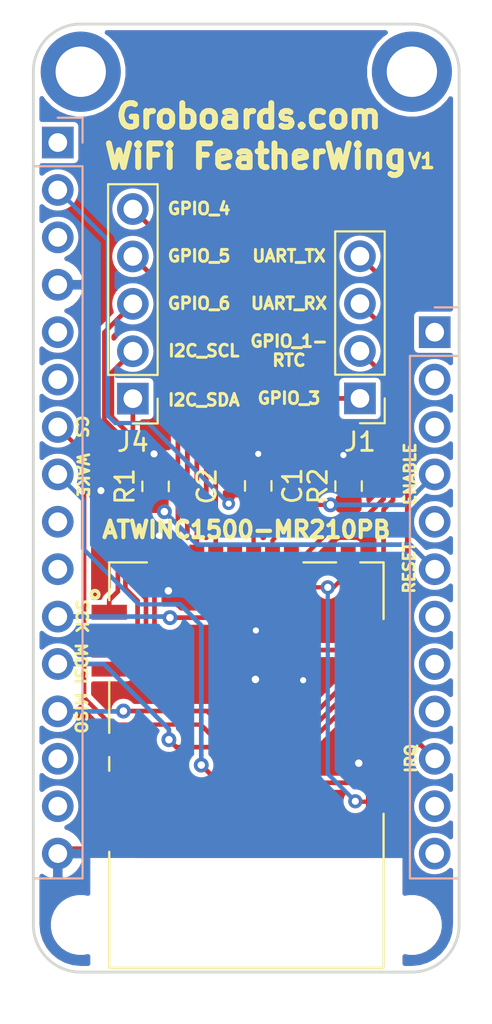
<source format=kicad_pcb>
(kicad_pcb (version 20171130) (host pcbnew 5.1.4-e60b266~84~ubuntu19.04.1)

  (general
    (thickness 1.6)
    (drawings 28)
    (tracks 172)
    (zones 0)
    (modules 13)
    (nets 40)
  )

  (page A4)
  (layers
    (0 F.Cu signal)
    (31 B.Cu signal)
    (32 B.Adhes user)
    (33 F.Adhes user)
    (34 B.Paste user)
    (35 F.Paste user)
    (36 B.SilkS user)
    (37 F.SilkS user)
    (38 B.Mask user)
    (39 F.Mask user)
    (40 Dwgs.User user)
    (41 Cmts.User user)
    (42 Eco1.User user)
    (43 Eco2.User user)
    (44 Edge.Cuts user)
    (45 Margin user)
    (46 B.CrtYd user)
    (47 F.CrtYd user)
    (48 B.Fab user)
    (49 F.Fab user)
  )

  (setup
    (last_trace_width 0.1524)
    (user_trace_width 0.2286)
    (trace_clearance 0.1524)
    (zone_clearance 0.254)
    (zone_45_only no)
    (trace_min 0.1524)
    (via_size 0.6858)
    (via_drill 0.3302)
    (via_min_size 0.1524)
    (via_min_drill 0.3302)
    (user_via 0.762 0.381)
    (blind_buried_vias_allowed yes)
    (uvia_size 0.6858)
    (uvia_drill 0.3302)
    (uvias_allowed yes)
    (uvia_min_size 0.6858)
    (uvia_min_drill 0.3302)
    (edge_width 0.15)
    (segment_width 0.2)
    (pcb_text_width 0.3)
    (pcb_text_size 1.5 1.5)
    (mod_edge_width 0.15)
    (mod_text_size 1 1)
    (mod_text_width 0.15)
    (pad_size 1.524 1.524)
    (pad_drill 0.762)
    (pad_to_mask_clearance 0)
    (aux_axis_origin 0 0)
    (visible_elements 7FFFFFFF)
    (pcbplotparams
      (layerselection 0x010fc_ffffffff)
      (usegerberextensions true)
      (usegerberattributes false)
      (usegerberadvancedattributes false)
      (creategerberjobfile false)
      (excludeedgelayer true)
      (linewidth 0.100000)
      (plotframeref false)
      (viasonmask false)
      (mode 1)
      (useauxorigin false)
      (hpglpennumber 1)
      (hpglpenspeed 20)
      (hpglpendiameter 15.000000)
      (psnegative false)
      (psa4output false)
      (plotreference true)
      (plotvalue true)
      (plotinvisibletext false)
      (padsonsilk false)
      (subtractmaskfromsilk false)
      (outputformat 1)
      (mirror false)
      (drillshape 0)
      (scaleselection 1)
      (outputdirectory "gerbers/"))
  )

  (net 0 "")
  (net 1 GPIO_6)
  (net 2 I2C_SCL)
  (net 3 I2C_SDA)
  (net 4 RESET)
  (net 5 GND)
  (net 6 +3V3)
  (net 7 WAKE)
  (net 8 IRQ)
  (net 9 UART_TX)
  (net 10 MOSI)
  (net 11 CS)
  (net 12 MISO)
  (net 13 SCK)
  (net 14 UART_RX)
  (net 15 GPIO_1-RTC)
  (net 16 ENABLE)
  (net 17 "Net-(A1-Pad24)")
  (net 18 GPIO_3)
  (net 19 GPIO_4)
  (net 20 GPIO_5)
  (net 21 "Net-(J2-Pad1)")
  (net 22 "Net-(J2-Pad3)")
  (net 23 "Net-(J2-Pad5)")
  (net 24 "Net-(J2-Pad6)")
  (net 25 "Net-(J2-Pad9)")
  (net 26 "Net-(J2-Pad10)")
  (net 27 "Net-(J2-Pad14)")
  (net 28 "Net-(J2-Pad15)")
  (net 29 "Net-(J3-Pad12)")
  (net 30 "Net-(J3-Pad11)")
  (net 31 "Net-(J3-Pad9)")
  (net 32 "Net-(J3-Pad8)")
  (net 33 "Net-(J3-Pad7)")
  (net 34 "Net-(J3-Pad5)")
  (net 35 "Net-(J3-Pad3)")
  (net 36 "Net-(J3-Pad2)")
  (net 37 "Net-(J3-Pad1)")
  (net 38 "Net-(MH1-Pad1)")
  (net 39 "Net-(MH2-Pad1)")

  (net_class Default "This is the default net class."
    (clearance 0.1524)
    (trace_width 0.1524)
    (via_dia 0.6858)
    (via_drill 0.3302)
    (uvia_dia 0.6858)
    (uvia_drill 0.3302)
    (diff_pair_width 0.1524)
    (diff_pair_gap 6.35)
    (add_net +3V3)
    (add_net CS)
    (add_net ENABLE)
    (add_net GND)
    (add_net GPIO_1-RTC)
    (add_net GPIO_3)
    (add_net GPIO_4)
    (add_net GPIO_5)
    (add_net GPIO_6)
    (add_net I2C_SCL)
    (add_net I2C_SDA)
    (add_net IRQ)
    (add_net MISO)
    (add_net MOSI)
    (add_net "Net-(A1-Pad24)")
    (add_net "Net-(J2-Pad1)")
    (add_net "Net-(J2-Pad10)")
    (add_net "Net-(J2-Pad14)")
    (add_net "Net-(J2-Pad15)")
    (add_net "Net-(J2-Pad3)")
    (add_net "Net-(J2-Pad5)")
    (add_net "Net-(J2-Pad6)")
    (add_net "Net-(J2-Pad9)")
    (add_net "Net-(J3-Pad1)")
    (add_net "Net-(J3-Pad11)")
    (add_net "Net-(J3-Pad12)")
    (add_net "Net-(J3-Pad2)")
    (add_net "Net-(J3-Pad3)")
    (add_net "Net-(J3-Pad5)")
    (add_net "Net-(J3-Pad7)")
    (add_net "Net-(J3-Pad8)")
    (add_net "Net-(J3-Pad9)")
    (add_net "Net-(MH1-Pad1)")
    (add_net "Net-(MH2-Pad1)")
    (add_net RESET)
    (add_net SCK)
    (add_net UART_RX)
    (add_net UART_TX)
    (add_net WAKE)
  )

  (module ATWINC1500-MR210PB:XCVR_ATWINC1500-MR210PB (layer F.Cu) (tedit 5DB358F0) (tstamp 5C9EDB7B)
    (at 153.416 115.6716)
    (path /5C79FE26)
    (attr smd)
    (fp_text reference A1 (at 7.366 -11.7856) (layer F.SilkS) hide
      (effects (font (size 1.00109 1.00109) (thickness 0.1)))
    )
    (fp_text value ATWINC1500-MR210PB (at 0 -12.6111) (layer F.SilkS)
      (effects (font (size 0.889 0.889) (thickness 0.22225)))
    )
    (fp_poly (pts (xy 2.325 -2.75399) (xy -1.35697 -2.75399) (xy -1.35697 -6.43) (xy 2.325 -6.43)) (layer F.Mask) (width 0))
    (fp_poly (pts (xy 1.655 -3.42517) (xy -0.686036 -3.42517) (xy -0.686036 -5.76) (xy 1.655 -5.76)) (layer F.Paste) (width 0))
    (fp_line (start -7.365 -10.86) (end -7.365 10.86) (layer Eco2.User) (width 0.127))
    (fp_line (start -7.365 10.86) (end 7.365 10.86) (layer Eco2.User) (width 0.127))
    (fp_line (start 7.365 10.86) (end 7.365 -10.86) (layer Eco2.User) (width 0.127))
    (fp_line (start 7.365 -10.86) (end -7.365 -10.86) (layer Eco2.User) (width 0.127))
    (fp_line (start 7.365 2.614) (end 7.365 10.86) (layer F.SilkS) (width 0.127))
    (fp_line (start 7.365 10.86) (end -7.365 10.86) (layer F.SilkS) (width 0.127))
    (fp_line (start -7.365 10.86) (end -7.365 4.652) (layer F.SilkS) (width 0.127))
    (fp_line (start 7.365 -7.83) (end 7.365 -10.86) (layer F.SilkS) (width 0.127))
    (fp_line (start 7.365 -10.86) (end 6.115 -10.86) (layer F.SilkS) (width 0.127))
    (fp_line (start 4.815 -10.86) (end 3.067 -10.86) (layer F.SilkS) (width 0.127))
    (fp_line (start -5.345 -10.86) (end -7.365 -10.86) (layer F.SilkS) (width 0.127))
    (fp_line (start -7.365 -10.86) (end -7.365 -8.84) (layer F.SilkS) (width 0.127))
    (fp_line (start -7.365 -4.492) (end -7.365 -1.728) (layer F.SilkS) (width 0.127))
    (fp_line (start -7.365 -0.428) (end -7.365 0.304) (layer F.SilkS) (width 0.127))
    (fp_circle (center -8.128 -9.144) (end -7.928 -9.144) (layer F.SilkS) (width 0.2))
    (fp_line (start 7.615 11.11) (end -7.615 11.11) (layer Eco1.User) (width 0.05))
    (fp_line (start -7.615 11.11) (end -7.615 4.652) (layer Eco1.User) (width 0.05))
    (fp_line (start -7.615 4.652) (end -8.565 4.652) (layer Eco1.User) (width 0.05))
    (fp_line (start -8.565 4.652) (end -8.565 -8.84) (layer Eco1.User) (width 0.05))
    (fp_line (start -8.565 -8.84) (end -7.615 -8.84) (layer Eco1.User) (width 0.05))
    (fp_line (start -7.615 -8.84) (end -7.615 -11.11) (layer Eco1.User) (width 0.05))
    (fp_line (start -7.615 -11.11) (end -5.345 -11.11) (layer Eco1.User) (width 0.05))
    (fp_line (start -5.345 -11.11) (end -5.345 -12.06) (layer Eco1.User) (width 0.05))
    (fp_line (start -5.345 -12.06) (end 6.115 -12.06) (layer Eco1.User) (width 0.05))
    (fp_line (start 6.115 -12.06) (end 6.115 -11.11) (layer Eco1.User) (width 0.05))
    (fp_line (start 6.115 -11.11) (end 7.615 -11.11) (layer Eco1.User) (width 0.05))
    (fp_line (start 7.615 -11.11) (end 7.615 -7.83) (layer Eco1.User) (width 0.05))
    (fp_line (start 7.615 -7.83) (end 8.565 -7.83) (layer Eco1.User) (width 0.05))
    (fp_line (start 8.565 -7.83) (end 8.565 2.614) (layer Eco1.User) (width 0.05))
    (fp_line (start 8.565 2.614) (end 7.615 2.614) (layer Eco1.User) (width 0.05))
    (fp_line (start 7.615 2.614) (end 7.615 11.11) (layer Eco1.User) (width 0.05))
    (fp_circle (center -6.865 -8.19) (end -6.765 -8.19) (layer Eco2.User) (width 0.2))
    (pad 1 smd rect (at -7.365 -8.19 180) (size 1.9 0.8) (layers F.Cu F.Paste F.Mask)
      (net 1 GPIO_6))
    (pad 2 smd rect (at -7.365 -7.174 180) (size 1.9 0.8) (layers F.Cu F.Paste F.Mask)
      (net 2 I2C_SCL))
    (pad 3 smd rect (at -7.365 -6.158 180) (size 1.9 0.8) (layers F.Cu F.Paste F.Mask)
      (net 3 I2C_SDA))
    (pad 4 smd rect (at -7.365 -5.142 180) (size 1.9 0.8) (layers F.Cu F.Paste F.Mask)
      (net 4 RESET))
    (pad 5 smd rect (at -7.365 -1.078 180) (size 1.9 0.8) (layers F.Cu F.Paste F.Mask))
    (pad 6 smd rect (at -7.365 0.954 180) (size 1.9 0.8) (layers F.Cu F.Paste F.Mask))
    (pad 7 smd rect (at -7.365 1.97 180) (size 1.9 0.8) (layers F.Cu F.Paste F.Mask))
    (pad 8 smd rect (at -7.365 2.986 180) (size 1.9 0.8) (layers F.Cu F.Paste F.Mask))
    (pad 9 smd rect (at -7.365 4.002 180) (size 1.9 0.8) (layers F.Cu F.Paste F.Mask)
      (net 5 GND))
    (pad 10 smd rect (at 7.365 1.964 180) (size 1.9 0.8) (layers F.Cu F.Paste F.Mask)
      (net 6 +3V3))
    (pad 11 smd rect (at 7.365 0.948 180) (size 1.9 0.8) (layers F.Cu F.Paste F.Mask)
      (net 7 WAKE))
    (pad 12 smd rect (at 7.365 -0.068 180) (size 1.9 0.8) (layers F.Cu F.Paste F.Mask)
      (net 5 GND))
    (pad 13 smd rect (at 7.365 -1.084 180) (size 1.9 0.8) (layers F.Cu F.Paste F.Mask)
      (net 8 IRQ))
    (pad 14 smd rect (at 7.365 -2.1 180) (size 1.9 0.8) (layers F.Cu F.Paste F.Mask)
      (net 9 UART_TX))
    (pad 15 smd rect (at 7.365 -3.116 180) (size 1.9 0.8) (layers F.Cu F.Paste F.Mask)
      (net 10 MOSI))
    (pad 16 smd rect (at 7.365 -4.132 180) (size 1.9 0.8) (layers F.Cu F.Paste F.Mask)
      (net 11 CS))
    (pad 17 smd rect (at 7.365 -5.148 180) (size 1.9 0.8) (layers F.Cu F.Paste F.Mask)
      (net 12 MISO))
    (pad 18 smd rect (at 7.365 -6.164 180) (size 1.9 0.8) (layers F.Cu F.Paste F.Mask)
      (net 13 SCK))
    (pad 19 smd rect (at 7.365 -7.18 180) (size 1.9 0.8) (layers F.Cu F.Paste F.Mask)
      (net 14 UART_RX))
    (pad 20 smd rect (at 5.465 -10.86 270) (size 1.9 0.8) (layers F.Cu F.Paste F.Mask)
      (net 6 +3V3))
    (pad 21 smd rect (at 2.417 -10.86 270) (size 1.9 0.8) (layers F.Cu F.Paste F.Mask)
      (net 15 GPIO_1-RTC))
    (pad 22 smd rect (at 1.401 -10.86 270) (size 1.9 0.8) (layers F.Cu F.Paste F.Mask)
      (net 16 ENABLE))
    (pad 23 smd rect (at 0.385 -10.86 270) (size 1.9 0.8) (layers F.Cu F.Paste F.Mask)
      (net 6 +3V3))
    (pad 24 smd rect (at -0.631 -10.86 270) (size 1.9 0.8) (layers F.Cu F.Paste F.Mask)
      (net 17 "Net-(A1-Pad24)"))
    (pad 25 smd rect (at -1.647 -10.86 270) (size 1.9 0.8) (layers F.Cu F.Paste F.Mask)
      (net 18 GPIO_3))
    (pad 26 smd rect (at -2.663 -10.86 270) (size 1.9 0.8) (layers F.Cu F.Paste F.Mask)
      (net 19 GPIO_4))
    (pad 27 smd rect (at -3.679 -10.86 270) (size 1.9 0.8) (layers F.Cu F.Paste F.Mask)
      (net 20 GPIO_5))
    (pad 28 smd rect (at -4.695 -10.86 270) (size 1.9 0.8) (layers F.Cu F.Paste F.Mask)
      (net 5 GND))
    (pad 29 smd rect (at 0.485 -4.59) (size 3.7 3.7) (layers F.Cu F.Paste F.Mask)
      (net 5 GND))
    (model F:/WIFI-FeatherWing/models/ATWINC1500-MR210PB.STEP
      (at (xyz 0 0 0))
      (scale (xyz 1 1 1))
      (rotate (xyz -90 0 180))
    )
  )

  (module Capacitor_SMD:C_0805_2012Metric (layer F.Cu) (tedit 5B36C52B) (tstamp 5C9EDB8C)
    (at 154.051 100.711 90)
    (descr "Capacitor SMD 0805 (2012 Metric), square (rectangular) end terminal, IPC_7351 nominal, (Body size source: https://docs.google.com/spreadsheets/d/1BsfQQcO9C6DZCsRaXUlFlo91Tg2WpOkGARC1WS5S8t0/edit?usp=sharing), generated with kicad-footprint-generator")
    (tags capacitor)
    (path /5C7AA293)
    (attr smd)
    (fp_text reference C1 (at 0 1.8415 90) (layer F.SilkS)
      (effects (font (size 1 1) (thickness 0.15)))
    )
    (fp_text value 10uF (at 0 1.65 90) (layer F.Fab)
      (effects (font (size 1 1) (thickness 0.15)))
    )
    (fp_line (start -1 0.6) (end -1 -0.6) (layer F.Fab) (width 0.1))
    (fp_line (start -1 -0.6) (end 1 -0.6) (layer F.Fab) (width 0.1))
    (fp_line (start 1 -0.6) (end 1 0.6) (layer F.Fab) (width 0.1))
    (fp_line (start 1 0.6) (end -1 0.6) (layer F.Fab) (width 0.1))
    (fp_line (start -0.258578 -0.71) (end 0.258578 -0.71) (layer F.SilkS) (width 0.12))
    (fp_line (start -0.258578 0.71) (end 0.258578 0.71) (layer F.SilkS) (width 0.12))
    (fp_line (start -1.68 0.95) (end -1.68 -0.95) (layer F.CrtYd) (width 0.05))
    (fp_line (start -1.68 -0.95) (end 1.68 -0.95) (layer F.CrtYd) (width 0.05))
    (fp_line (start 1.68 -0.95) (end 1.68 0.95) (layer F.CrtYd) (width 0.05))
    (fp_line (start 1.68 0.95) (end -1.68 0.95) (layer F.CrtYd) (width 0.05))
    (fp_text user %R (at 0 0 90) (layer F.Fab)
      (effects (font (size 0.5 0.5) (thickness 0.08)))
    )
    (pad 1 smd roundrect (at -0.9375 0 90) (size 0.975 1.4) (layers F.Cu F.Paste F.Mask) (roundrect_rratio 0.25)
      (net 6 +3V3))
    (pad 2 smd roundrect (at 0.9375 0 90) (size 0.975 1.4) (layers F.Cu F.Paste F.Mask) (roundrect_rratio 0.25)
      (net 5 GND))
    (model ${KISYS3DMOD}/Capacitor_SMD.3dshapes/C_0805_2012Metric.wrl
      (at (xyz 0 0 0))
      (scale (xyz 1 1 1))
      (rotate (xyz 0 0 0))
    )
  )

  (module Pin_Headers:Pin_Header_Straight_1x12_Pitch2.54mm (layer B.Cu) (tedit 5C7A1253) (tstamp 5C79E4AB)
    (at 163.5252 92.47632 180)
    (descr "Through hole straight pin header, 1x12, 2.54mm pitch, single row")
    (tags "Through hole pin header THT 1x12 2.54mm single row")
    (path /5C7A23D8)
    (fp_text reference J3 (at -2.7305 0 180) (layer B.Fab) hide
      (effects (font (size 0.5 0.5) (thickness 0.1)) (justify mirror))
    )
    (fp_text value Conn_01x12 (at 0 -30.27 180) (layer B.Fab)
      (effects (font (size 0.5 0.5) (thickness 0.1)) (justify mirror))
    )
    (fp_text user %R (at 0 -13.97 90) (layer B.Fab)
      (effects (font (size 0.5 0.5) (thickness 0.1)) (justify mirror))
    )
    (fp_line (start 1.8 1.8) (end -1.8 1.8) (layer B.CrtYd) (width 0.05))
    (fp_line (start 1.8 -29.75) (end 1.8 1.8) (layer B.CrtYd) (width 0.05))
    (fp_line (start -1.8 -29.75) (end 1.8 -29.75) (layer B.CrtYd) (width 0.05))
    (fp_line (start -1.8 1.8) (end -1.8 -29.75) (layer B.CrtYd) (width 0.05))
    (fp_line (start -1.33 1.33) (end 0 1.33) (layer B.SilkS) (width 0.12))
    (fp_line (start -1.33 0) (end -1.33 1.33) (layer B.SilkS) (width 0.12))
    (fp_line (start -1.33 -1.27) (end 1.33 -1.27) (layer B.SilkS) (width 0.12))
    (fp_line (start 1.33 -1.27) (end 1.33 -29.27) (layer B.SilkS) (width 0.12))
    (fp_line (start -1.33 -1.27) (end -1.33 -29.27) (layer B.SilkS) (width 0.12))
    (fp_line (start -1.33 -29.27) (end 1.33 -29.27) (layer B.SilkS) (width 0.12))
    (fp_line (start -1.27 0.635) (end -0.635 1.27) (layer B.Fab) (width 0.1))
    (fp_line (start -1.27 -29.21) (end -1.27 0.635) (layer B.Fab) (width 0.1))
    (fp_line (start 1.27 -29.21) (end -1.27 -29.21) (layer B.Fab) (width 0.1))
    (fp_line (start 1.27 1.27) (end 1.27 -29.21) (layer B.Fab) (width 0.1))
    (fp_line (start -0.635 1.27) (end 1.27 1.27) (layer B.Fab) (width 0.1))
    (pad 12 thru_hole oval (at 0 -27.94 180) (size 1.7 1.7) (drill 1) (layers *.Cu *.Mask)
      (net 29 "Net-(J3-Pad12)"))
    (pad 11 thru_hole oval (at 0 -25.4 180) (size 1.7 1.7) (drill 1) (layers *.Cu *.Mask)
      (net 30 "Net-(J3-Pad11)"))
    (pad 10 thru_hole oval (at 0 -22.86 180) (size 1.7 1.7) (drill 1) (layers *.Cu *.Mask)
      (net 8 IRQ))
    (pad 9 thru_hole oval (at 0 -20.32 180) (size 1.7 1.7) (drill 1) (layers *.Cu *.Mask)
      (net 31 "Net-(J3-Pad9)"))
    (pad 8 thru_hole oval (at 0 -17.78 180) (size 1.7 1.7) (drill 1) (layers *.Cu *.Mask)
      (net 32 "Net-(J3-Pad8)"))
    (pad 7 thru_hole oval (at 0 -15.24 180) (size 1.7 1.7) (drill 1) (layers *.Cu *.Mask)
      (net 33 "Net-(J3-Pad7)"))
    (pad 6 thru_hole oval (at 0 -12.7 180) (size 1.7 1.7) (drill 1) (layers *.Cu *.Mask)
      (net 4 RESET))
    (pad 5 thru_hole oval (at 0 -10.16 180) (size 1.7 1.7) (drill 1) (layers *.Cu *.Mask)
      (net 34 "Net-(J3-Pad5)"))
    (pad 4 thru_hole oval (at 0 -7.62 180) (size 1.7 1.7) (drill 1) (layers *.Cu *.Mask)
      (net 16 ENABLE))
    (pad 3 thru_hole oval (at 0 -5.08 180) (size 1.7 1.7) (drill 1) (layers *.Cu *.Mask)
      (net 35 "Net-(J3-Pad3)"))
    (pad 2 thru_hole oval (at 0 -2.54 180) (size 1.7 1.7) (drill 1) (layers *.Cu *.Mask)
      (net 36 "Net-(J3-Pad2)"))
    (pad 1 thru_hole rect (at 0 0 180) (size 1.7 1.7) (drill 1) (layers *.Cu *.Mask)
      (net 37 "Net-(J3-Pad1)"))
    (model ${KISYS3DMOD}/Connector_PinHeader_2.54mm.3dshapes/PinHeader_1x12_P2.54mm_Vertical.step
      (at (xyz 0 0 0))
      (scale (xyz 1 1 1))
      (rotate (xyz 0 0 0))
    )
  )

  (module Mounting_Holes:MountingHole_2.7mm_M2.5 (layer F.Cu) (tedit 5C7A120F) (tstamp 5C79E4A4)
    (at 144.52092 124.23902)
    (descr "Mounting Hole 2.7mm, no annular, M2.5")
    (tags "mounting hole 2.7mm no annular m2.5")
    (path /5C7C660C)
    (attr virtual)
    (fp_text reference MH4 (at 0 4.3688) (layer F.Fab) hide
      (effects (font (size 0.5 0.5) (thickness 0.1)))
    )
    (fp_text value MountingHole (at 0 3.7) (layer F.Fab)
      (effects (font (size 0.5 0.5) (thickness 0.1)))
    )
    (fp_circle (center 0 0) (end 2.95 0) (layer F.CrtYd) (width 0.05))
    (fp_circle (center 0 0) (end 2.7 0) (layer Cmts.User) (width 0.15))
    (fp_text user %R (at 0.3 0) (layer F.Fab)
      (effects (font (size 0.5 0.5) (thickness 0.1)))
    )
    (pad 1 np_thru_hole circle (at 0 0) (size 2.7 2.7) (drill 2.7) (layers *.Cu *.Mask))
  )

  (module Mounting_Holes:MountingHole_2.7mm_M2.5 (layer F.Cu) (tedit 5B9453EA) (tstamp 5C79E49D)
    (at 162.30092 124.23902)
    (descr "Mounting Hole 2.7mm, no annular, M2.5")
    (tags "mounting hole 2.7mm no annular m2.5")
    (path /5C7C657E)
    (attr virtual)
    (fp_text reference MH3 (at 0 4.2164) (layer F.Fab) hide
      (effects (font (size 0.5 0.5) (thickness 0.1)))
    )
    (fp_text value MountingHole (at 0 3.7) (layer F.Fab)
      (effects (font (size 0.5 0.5) (thickness 0.1)))
    )
    (fp_text user %R (at 0.3 0) (layer F.Fab)
      (effects (font (size 0.5 0.5) (thickness 0.1)))
    )
    (fp_circle (center 0 0) (end 2.7 0) (layer Cmts.User) (width 0.15))
    (fp_circle (center 0 0) (end 2.95 0) (layer F.CrtYd) (width 0.05))
    (pad 1 np_thru_hole circle (at 0 0) (size 2.7 2.7) (drill 2.7) (layers *.Cu *.Mask))
  )

  (module Pin_Headers:Pin_Header_Straight_1x16_Pitch2.54mm (layer B.Cu) (tedit 5C7A26C3) (tstamp 5C79E47A)
    (at 143.28902 82.31456 180)
    (descr "Through hole straight pin header, 1x16, 2.54mm pitch, single row")
    (tags "Through hole pin header THT 1x16 2.54mm single row")
    (path /5C7A2489)
    (fp_text reference J2 (at 2.7305 0 180) (layer B.Fab) hide
      (effects (font (size 0.5 0.5) (thickness 0.1)) (justify mirror))
    )
    (fp_text value Conn_01x16 (at 0 -40.43 180) (layer B.Fab)
      (effects (font (size 0.5 0.5) (thickness 0.1)) (justify mirror))
    )
    (fp_line (start -0.635 1.27) (end 1.27 1.27) (layer B.Fab) (width 0.1))
    (fp_line (start 1.27 1.27) (end 1.27 -39.37) (layer B.Fab) (width 0.1))
    (fp_line (start 1.27 -39.37) (end -1.27 -39.37) (layer B.Fab) (width 0.1))
    (fp_line (start -1.27 -39.37) (end -1.27 0.635) (layer B.Fab) (width 0.1))
    (fp_line (start -1.27 0.635) (end -0.635 1.27) (layer B.Fab) (width 0.1))
    (fp_line (start -1.33 -39.43) (end 1.33 -39.43) (layer B.SilkS) (width 0.12))
    (fp_line (start -1.33 -1.27) (end -1.33 -39.43) (layer B.SilkS) (width 0.12))
    (fp_line (start 1.33 -1.27) (end 1.33 -39.43) (layer B.SilkS) (width 0.12))
    (fp_line (start -1.33 -1.27) (end 1.33 -1.27) (layer B.SilkS) (width 0.12))
    (fp_line (start -1.33 0) (end -1.33 1.33) (layer B.SilkS) (width 0.12))
    (fp_line (start -1.33 1.33) (end 0 1.33) (layer B.SilkS) (width 0.12))
    (fp_line (start -1.8 1.8) (end -1.8 -39.9) (layer B.CrtYd) (width 0.05))
    (fp_line (start -1.8 -39.9) (end 1.8 -39.9) (layer B.CrtYd) (width 0.05))
    (fp_line (start 1.8 -39.9) (end 1.8 1.8) (layer B.CrtYd) (width 0.05))
    (fp_line (start 1.8 1.8) (end -1.8 1.8) (layer B.CrtYd) (width 0.05))
    (fp_text user %R (at 0 -19.05 90) (layer B.Fab)
      (effects (font (size 0.5 0.5) (thickness 0.1)) (justify mirror))
    )
    (pad 1 thru_hole rect (at 0 0 180) (size 1.7 1.7) (drill 1) (layers *.Cu *.Mask)
      (net 21 "Net-(J2-Pad1)"))
    (pad 2 thru_hole oval (at 0 -2.54 180) (size 1.7 1.7) (drill 1) (layers *.Cu *.Mask)
      (net 6 +3V3))
    (pad 3 thru_hole oval (at 0 -5.08 180) (size 1.7 1.7) (drill 1) (layers *.Cu *.Mask)
      (net 22 "Net-(J2-Pad3)"))
    (pad 4 thru_hole oval (at 0 -7.62 180) (size 1.7 1.7) (drill 1) (layers *.Cu *.Mask)
      (net 5 GND))
    (pad 5 thru_hole oval (at 0 -10.16 180) (size 1.7 1.7) (drill 1) (layers *.Cu *.Mask)
      (net 23 "Net-(J2-Pad5)"))
    (pad 6 thru_hole oval (at 0 -12.7 180) (size 1.7 1.7) (drill 1) (layers *.Cu *.Mask)
      (net 24 "Net-(J2-Pad6)"))
    (pad 7 thru_hole oval (at 0 -15.24 180) (size 1.7 1.7) (drill 1) (layers *.Cu *.Mask)
      (net 11 CS))
    (pad 8 thru_hole oval (at 0 -17.78 180) (size 1.7 1.7) (drill 1) (layers *.Cu *.Mask)
      (net 7 WAKE))
    (pad 9 thru_hole oval (at 0 -20.32 180) (size 1.7 1.7) (drill 1) (layers *.Cu *.Mask)
      (net 25 "Net-(J2-Pad9)"))
    (pad 10 thru_hole oval (at 0 -22.86 180) (size 1.7 1.7) (drill 1) (layers *.Cu *.Mask)
      (net 26 "Net-(J2-Pad10)"))
    (pad 11 thru_hole oval (at 0 -25.4 180) (size 1.7 1.7) (drill 1) (layers *.Cu *.Mask)
      (net 13 SCK))
    (pad 12 thru_hole oval (at 0 -27.94 180) (size 1.7 1.7) (drill 1) (layers *.Cu *.Mask)
      (net 10 MOSI))
    (pad 13 thru_hole oval (at 0 -30.48 180) (size 1.7 1.7) (drill 1) (layers *.Cu *.Mask)
      (net 12 MISO))
    (pad 14 thru_hole oval (at 0 -33.02 180) (size 1.7 1.7) (drill 1) (layers *.Cu *.Mask)
      (net 27 "Net-(J2-Pad14)"))
    (pad 15 thru_hole oval (at 0 -35.56 180) (size 1.7 1.7) (drill 1) (layers *.Cu *.Mask)
      (net 28 "Net-(J2-Pad15)"))
    (pad 16 thru_hole oval (at 0 -38.1 180) (size 1.7 1.7) (drill 1) (layers *.Cu *.Mask)
      (net 5 GND))
    (model ${KISYS3DMOD}/Connector_PinHeader_2.54mm.3dshapes/PinHeader_1x16_P2.54mm_Vertical.step
      (at (xyz 0 0 0))
      (scale (xyz 1 1 1))
      (rotate (xyz 0 0 0))
    )
  )

  (module Mounting_Holes:MountingHole_2.7mm_M2.5_DIN965_Pad (layer F.Cu) (tedit 5B9931DB) (tstamp 5C79E473)
    (at 144.52092 78.51902)
    (descr "Mounting Hole 2.7mm, M2.5, DIN965")
    (tags "mounting hole 2.7mm m2.5 din965")
    (path /5C7C6889)
    (attr virtual)
    (fp_text reference MH2 (at 0 -3.35) (layer F.SilkS) hide
      (effects (font (size 0.5 0.5) (thickness 0.1)))
    )
    (fp_text value Conn_01x01 (at -1.67582 3.06578) (layer F.Fab)
      (effects (font (size 0.5 0.5) (thickness 0.1)))
    )
    (fp_circle (center 0 0) (end 2.6 0) (layer F.CrtYd) (width 0.05))
    (fp_circle (center 0 0) (end 2.35 0) (layer Cmts.User) (width 0.15))
    (fp_text user %R (at 0.3 0) (layer F.Fab)
      (effects (font (size 0.5 0.5) (thickness 0.1)))
    )
    (pad 1 thru_hole circle (at 0 0) (size 4.3 4.3) (drill 2.7) (layers *.Cu *.Mask)
      (net 39 "Net-(MH2-Pad1)"))
  )

  (module Mounting_Holes:MountingHole_2.7mm_M2.5_DIN965_Pad (layer F.Cu) (tedit 5B9931E5) (tstamp 5C79E46C)
    (at 162.30092 78.51902)
    (descr "Mounting Hole 2.7mm, M2.5, DIN965")
    (tags "mounting hole 2.7mm m2.5 din965")
    (path /5C7C6845)
    (attr virtual)
    (fp_text reference MH1 (at 0 -3.35) (layer F.SilkS) hide
      (effects (font (size 0.5 0.5) (thickness 0.1)))
    )
    (fp_text value Conn_01x01 (at 0 3.35) (layer F.Fab)
      (effects (font (size 0.5 0.5) (thickness 0.1)))
    )
    (fp_circle (center 0 0) (end 2.6 0) (layer F.CrtYd) (width 0.05))
    (fp_circle (center 0 0) (end 2.35 0) (layer Cmts.User) (width 0.15))
    (fp_text user %R (at 0.3 0) (layer F.Fab)
      (effects (font (size 0.5 0.5) (thickness 0.1)))
    )
    (pad 1 thru_hole circle (at 0 0) (size 4.3 4.3) (drill 2.7) (layers *.Cu *.Mask)
      (net 38 "Net-(MH1-Pad1)"))
  )

  (module Resistor_SMD:R_0805_2012Metric (layer F.Cu) (tedit 5B36C52B) (tstamp 5C9EDBCB)
    (at 148.5392 100.7387 90)
    (descr "Resistor SMD 0805 (2012 Metric), square (rectangular) end terminal, IPC_7351 nominal, (Body size source: https://docs.google.com/spreadsheets/d/1BsfQQcO9C6DZCsRaXUlFlo91Tg2WpOkGARC1WS5S8t0/edit?usp=sharing), generated with kicad-footprint-generator")
    (tags resistor)
    (path /5C7A7833)
    (attr smd)
    (fp_text reference R1 (at 0 -1.65 90) (layer F.SilkS)
      (effects (font (size 1 1) (thickness 0.15)))
    )
    (fp_text value 100K (at 0 1.65 90) (layer F.Fab)
      (effects (font (size 1 1) (thickness 0.15)))
    )
    (fp_text user %R (at 0 0 90) (layer F.Fab)
      (effects (font (size 0.5 0.5) (thickness 0.08)))
    )
    (fp_line (start 1.68 0.95) (end -1.68 0.95) (layer F.CrtYd) (width 0.05))
    (fp_line (start 1.68 -0.95) (end 1.68 0.95) (layer F.CrtYd) (width 0.05))
    (fp_line (start -1.68 -0.95) (end 1.68 -0.95) (layer F.CrtYd) (width 0.05))
    (fp_line (start -1.68 0.95) (end -1.68 -0.95) (layer F.CrtYd) (width 0.05))
    (fp_line (start -0.258578 0.71) (end 0.258578 0.71) (layer F.SilkS) (width 0.12))
    (fp_line (start -0.258578 -0.71) (end 0.258578 -0.71) (layer F.SilkS) (width 0.12))
    (fp_line (start 1 0.6) (end -1 0.6) (layer F.Fab) (width 0.1))
    (fp_line (start 1 -0.6) (end 1 0.6) (layer F.Fab) (width 0.1))
    (fp_line (start -1 -0.6) (end 1 -0.6) (layer F.Fab) (width 0.1))
    (fp_line (start -1 0.6) (end -1 -0.6) (layer F.Fab) (width 0.1))
    (pad 2 smd roundrect (at 0.9375 0 90) (size 0.975 1.4) (layers F.Cu F.Paste F.Mask) (roundrect_rratio 0.25)
      (net 5 GND))
    (pad 1 smd roundrect (at -0.9375 0 90) (size 0.975 1.4) (layers F.Cu F.Paste F.Mask) (roundrect_rratio 0.25)
      (net 4 RESET))
    (model ${KISYS3DMOD}/Resistor_SMD.3dshapes/R_0805_2012Metric.wrl
      (at (xyz 0 0 0))
      (scale (xyz 1 1 1))
      (rotate (xyz 0 0 0))
    )
  )

  (module Resistor_SMD:R_0805_2012Metric (layer F.Cu) (tedit 5B36C52B) (tstamp 5C9EDBDC)
    (at 158.9024 100.7237 90)
    (descr "Resistor SMD 0805 (2012 Metric), square (rectangular) end terminal, IPC_7351 nominal, (Body size source: https://docs.google.com/spreadsheets/d/1BsfQQcO9C6DZCsRaXUlFlo91Tg2WpOkGARC1WS5S8t0/edit?usp=sharing), generated with kicad-footprint-generator")
    (tags resistor)
    (path /5C7A197A)
    (attr smd)
    (fp_text reference R2 (at 0 -1.65 90) (layer F.SilkS)
      (effects (font (size 1 1) (thickness 0.15)))
    )
    (fp_text value 100K (at 0 1.65 90) (layer F.Fab)
      (effects (font (size 1 1) (thickness 0.15)))
    )
    (fp_line (start -1 0.6) (end -1 -0.6) (layer F.Fab) (width 0.1))
    (fp_line (start -1 -0.6) (end 1 -0.6) (layer F.Fab) (width 0.1))
    (fp_line (start 1 -0.6) (end 1 0.6) (layer F.Fab) (width 0.1))
    (fp_line (start 1 0.6) (end -1 0.6) (layer F.Fab) (width 0.1))
    (fp_line (start -0.258578 -0.71) (end 0.258578 -0.71) (layer F.SilkS) (width 0.12))
    (fp_line (start -0.258578 0.71) (end 0.258578 0.71) (layer F.SilkS) (width 0.12))
    (fp_line (start -1.68 0.95) (end -1.68 -0.95) (layer F.CrtYd) (width 0.05))
    (fp_line (start -1.68 -0.95) (end 1.68 -0.95) (layer F.CrtYd) (width 0.05))
    (fp_line (start 1.68 -0.95) (end 1.68 0.95) (layer F.CrtYd) (width 0.05))
    (fp_line (start 1.68 0.95) (end -1.68 0.95) (layer F.CrtYd) (width 0.05))
    (fp_text user %R (at 0 0 90) (layer F.Fab)
      (effects (font (size 0.5 0.5) (thickness 0.08)))
    )
    (pad 1 smd roundrect (at -0.9375 0 90) (size 0.975 1.4) (layers F.Cu F.Paste F.Mask) (roundrect_rratio 0.25)
      (net 16 ENABLE))
    (pad 2 smd roundrect (at 0.9375 0 90) (size 0.975 1.4) (layers F.Cu F.Paste F.Mask) (roundrect_rratio 0.25)
      (net 5 GND))
    (model ${KISYS3DMOD}/Resistor_SMD.3dshapes/R_0805_2012Metric.wrl
      (at (xyz 0 0 0))
      (scale (xyz 1 1 1))
      (rotate (xyz 0 0 0))
    )
  )

  (module Connector_PinHeader_2.54mm:PinHeader_1x04_P2.54mm_Vertical (layer F.Cu) (tedit 5C7ABC53) (tstamp 5C9EE038)
    (at 159.512 96.0247 180)
    (descr "Through hole straight pin header, 1x04, 2.54mm pitch, single row")
    (tags "Through hole pin header THT 1x04 2.54mm single row")
    (path /5C7CAC84)
    (fp_text reference J1 (at 0 -2.33 180) (layer F.SilkS)
      (effects (font (size 1 1) (thickness 0.15)))
    )
    (fp_text value Conn_01x04 (at 0 9.95 180) (layer F.Fab)
      (effects (font (size 1 1) (thickness 0.15)))
    )
    (fp_line (start -0.635 -1.27) (end 1.27 -1.27) (layer F.Fab) (width 0.1))
    (fp_line (start 1.27 -1.27) (end 1.27 8.89) (layer F.Fab) (width 0.1))
    (fp_line (start 1.27 8.89) (end -1.27 8.89) (layer F.Fab) (width 0.1))
    (fp_line (start -1.27 8.89) (end -1.27 -0.635) (layer F.Fab) (width 0.1))
    (fp_line (start -1.27 -0.635) (end -0.635 -1.27) (layer F.Fab) (width 0.1))
    (fp_line (start -1.33 8.95) (end 1.33 8.95) (layer F.SilkS) (width 0.12))
    (fp_line (start -1.33 1.27) (end -1.33 8.95) (layer F.SilkS) (width 0.12))
    (fp_line (start 1.33 1.27) (end 1.33 8.95) (layer F.SilkS) (width 0.12))
    (fp_line (start -1.33 1.27) (end 1.33 1.27) (layer F.SilkS) (width 0.12))
    (fp_line (start -1.33 0) (end -1.33 -1.33) (layer F.SilkS) (width 0.12))
    (fp_line (start -1.33 -1.33) (end 0 -1.33) (layer F.SilkS) (width 0.12))
    (fp_line (start -1.8 -1.8) (end -1.8 9.4) (layer F.CrtYd) (width 0.05))
    (fp_line (start -1.8 9.4) (end 1.8 9.4) (layer F.CrtYd) (width 0.05))
    (fp_line (start 1.8 9.4) (end 1.8 -1.8) (layer F.CrtYd) (width 0.05))
    (fp_line (start 1.8 -1.8) (end -1.8 -1.8) (layer F.CrtYd) (width 0.05))
    (fp_text user %R (at 0 3.81 270) (layer F.Fab)
      (effects (font (size 1 1) (thickness 0.15)))
    )
    (pad 1 thru_hole rect (at 0 0 180) (size 1.7 1.7) (drill 1) (layers *.Cu *.Mask)
      (net 18 GPIO_3))
    (pad 2 thru_hole oval (at 0 2.54 180) (size 1.7 1.7) (drill 1) (layers *.Cu *.Mask)
      (net 15 GPIO_1-RTC))
    (pad 3 thru_hole oval (at 0 5.08 180) (size 1.7 1.7) (drill 1) (layers *.Cu *.Mask)
      (net 14 UART_RX))
    (pad 4 thru_hole oval (at 0 7.62 180) (size 1.7 1.7) (drill 1) (layers *.Cu *.Mask)
      (net 9 UART_TX))
  )

  (module Connector_PinHeader_2.54mm:PinHeader_1x05_P2.54mm_Vertical (layer F.Cu) (tedit 59FED5CC) (tstamp 5C9EE051)
    (at 147.32 96.0374 180)
    (descr "Through hole straight pin header, 1x05, 2.54mm pitch, single row")
    (tags "Through hole pin header THT 1x05 2.54mm single row")
    (path /5C7CABED)
    (fp_text reference J4 (at 0 -2.33 180) (layer F.SilkS)
      (effects (font (size 1 1) (thickness 0.15)))
    )
    (fp_text value Conn_01x05 (at 0 12.49 180) (layer F.Fab)
      (effects (font (size 1 1) (thickness 0.15)))
    )
    (fp_line (start -0.635 -1.27) (end 1.27 -1.27) (layer F.Fab) (width 0.1))
    (fp_line (start 1.27 -1.27) (end 1.27 11.43) (layer F.Fab) (width 0.1))
    (fp_line (start 1.27 11.43) (end -1.27 11.43) (layer F.Fab) (width 0.1))
    (fp_line (start -1.27 11.43) (end -1.27 -0.635) (layer F.Fab) (width 0.1))
    (fp_line (start -1.27 -0.635) (end -0.635 -1.27) (layer F.Fab) (width 0.1))
    (fp_line (start -1.33 11.49) (end 1.33 11.49) (layer F.SilkS) (width 0.12))
    (fp_line (start -1.33 1.27) (end -1.33 11.49) (layer F.SilkS) (width 0.12))
    (fp_line (start 1.33 1.27) (end 1.33 11.49) (layer F.SilkS) (width 0.12))
    (fp_line (start -1.33 1.27) (end 1.33 1.27) (layer F.SilkS) (width 0.12))
    (fp_line (start -1.33 0) (end -1.33 -1.33) (layer F.SilkS) (width 0.12))
    (fp_line (start -1.33 -1.33) (end 0 -1.33) (layer F.SilkS) (width 0.12))
    (fp_line (start -1.8 -1.8) (end -1.8 11.95) (layer F.CrtYd) (width 0.05))
    (fp_line (start -1.8 11.95) (end 1.8 11.95) (layer F.CrtYd) (width 0.05))
    (fp_line (start 1.8 11.95) (end 1.8 -1.8) (layer F.CrtYd) (width 0.05))
    (fp_line (start 1.8 -1.8) (end -1.8 -1.8) (layer F.CrtYd) (width 0.05))
    (fp_text user %R (at 0 5.08 270) (layer F.Fab)
      (effects (font (size 1 1) (thickness 0.15)))
    )
    (pad 1 thru_hole rect (at 0 0 180) (size 1.7 1.7) (drill 1) (layers *.Cu *.Mask)
      (net 3 I2C_SDA))
    (pad 2 thru_hole oval (at 0 2.54 180) (size 1.7 1.7) (drill 1) (layers *.Cu *.Mask)
      (net 2 I2C_SCL))
    (pad 3 thru_hole oval (at 0 5.08 180) (size 1.7 1.7) (drill 1) (layers *.Cu *.Mask)
      (net 1 GPIO_6))
    (pad 4 thru_hole oval (at 0 7.62 180) (size 1.7 1.7) (drill 1) (layers *.Cu *.Mask)
      (net 20 GPIO_5))
    (pad 5 thru_hole oval (at 0 10.16 180) (size 1.7 1.7) (drill 1) (layers *.Cu *.Mask)
      (net 19 GPIO_4))
  )

  (module Capacitor_SMD:C_0402_1005Metric (layer F.Cu) (tedit 5B301BBE) (tstamp 5C87581C)
    (at 152.4635 100.734 90)
    (descr "Capacitor SMD 0402 (1005 Metric), square (rectangular) end terminal, IPC_7351 nominal, (Body size source: http://www.tortai-tech.com/upload/download/2011102023233369053.pdf), generated with kicad-footprint-generator")
    (tags capacitor)
    (path /5C7AA37D)
    (attr smd)
    (fp_text reference C2 (at 0 -1.17 90) (layer F.SilkS)
      (effects (font (size 1 1) (thickness 0.15)))
    )
    (fp_text value 0.1uF (at 0 1.17 90) (layer F.Fab)
      (effects (font (size 1 1) (thickness 0.15)))
    )
    (fp_line (start -0.5 0.25) (end -0.5 -0.25) (layer F.Fab) (width 0.1))
    (fp_line (start -0.5 -0.25) (end 0.5 -0.25) (layer F.Fab) (width 0.1))
    (fp_line (start 0.5 -0.25) (end 0.5 0.25) (layer F.Fab) (width 0.1))
    (fp_line (start 0.5 0.25) (end -0.5 0.25) (layer F.Fab) (width 0.1))
    (fp_line (start -0.93 0.47) (end -0.93 -0.47) (layer F.CrtYd) (width 0.05))
    (fp_line (start -0.93 -0.47) (end 0.93 -0.47) (layer F.CrtYd) (width 0.05))
    (fp_line (start 0.93 -0.47) (end 0.93 0.47) (layer F.CrtYd) (width 0.05))
    (fp_line (start 0.93 0.47) (end -0.93 0.47) (layer F.CrtYd) (width 0.05))
    (fp_text user %R (at 0 0 90) (layer F.Fab)
      (effects (font (size 0.25 0.25) (thickness 0.04)))
    )
    (pad 1 smd roundrect (at -0.485 0 90) (size 0.59 0.64) (layers F.Cu F.Paste F.Mask) (roundrect_rratio 0.25)
      (net 6 +3V3))
    (pad 2 smd roundrect (at 0.485 0 90) (size 0.59 0.64) (layers F.Cu F.Paste F.Mask) (roundrect_rratio 0.25)
      (net 5 GND))
    (model ${KISYS3DMOD}/Capacitor_SMD.3dshapes/C_0402_1005Metric.wrl
      (at (xyz 0 0 0))
      (scale (xyz 1 1 1))
      (rotate (xyz 0 0 0))
    )
  )

  (gr_text ENABLE (at 162.2044 100.076 90) (layer F.SilkS) (tstamp 5DB3BD2F)
    (effects (font (size 0.6 0.6) (thickness 0.15)))
  )
  (gr_text RESET (at 162.1536 105.1052 90) (layer F.SilkS) (tstamp 5DB3BD2F)
    (effects (font (size 0.6 0.6) (thickness 0.15)))
  )
  (gr_text CS (at 144.5768 97.536 270) (layer F.SilkS) (tstamp 5DB3BD2F)
    (effects (font (size 0.6 0.6) (thickness 0.15)))
  )
  (gr_text WAKE (at 144.6276 100.1268 270) (layer F.SilkS) (tstamp 5DB3BD2F)
    (effects (font (size 0.6 0.6) (thickness 0.15)))
  )
  (gr_text SCK (at 144.5768 107.696 270) (layer F.SilkS) (tstamp 5DB3BD2F)
    (effects (font (size 0.6 0.6) (thickness 0.15)))
  )
  (gr_text MOSI (at 144.526 110.236 270) (layer F.SilkS) (tstamp 5DB3BD2F)
    (effects (font (size 0.6 0.6) (thickness 0.15)))
  )
  (gr_text MISO (at 144.526 112.8776 270) (layer F.SilkS) (tstamp 5DB3BD2A)
    (effects (font (size 0.6 0.6) (thickness 0.15)))
  )
  (gr_text IRQ (at 162.2552 115.316 90) (layer F.SilkS) (tstamp 5DB3BA7F)
    (effects (font (size 0.6 0.6) (thickness 0.15)))
  )
  (gr_text V1 (at 162.814 83.312) (layer F.SilkS)
    (effects (font (size 0.762 0.762) (thickness 0.1905)))
  )
  (gr_text "WiFi FeatherWing" (at 153.924 83.058) (layer F.SilkS) (tstamp 5C9F90E2)
    (effects (font (size 1.27 1.27) (thickness 0.3175)))
  )
  (gr_text Groboards.com (at 153.543 80.899) (layer F.SilkS) (tstamp 5C9F919D)
    (effects (font (size 1.27 1.27) (thickness 0.3175)))
  )
  (gr_text GPIO_3 (at 155.702 96.012) (layer F.SilkS) (tstamp 5C9F8EFD)
    (effects (font (size 0.635 0.635) (thickness 0.15875)))
  )
  (gr_text "GPIO_1-\nRTC" (at 155.702 93.472) (layer F.SilkS) (tstamp 5C9F8EF0)
    (effects (font (size 0.635 0.635) (thickness 0.15875)))
  )
  (gr_text UART_RX (at 155.702 90.932) (layer F.SilkS) (tstamp 5C9F8EBE)
    (effects (font (size 0.635 0.635) (thickness 0.15875)))
  )
  (gr_text UART_TX (at 155.702 88.392) (layer F.SilkS) (tstamp 5C9F8EB6)
    (effects (font (size 0.635 0.635) (thickness 0.15875)))
  )
  (gr_text GPIO_4 (at 150.876 85.852) (layer F.SilkS) (tstamp 5C9F8EA2)
    (effects (font (size 0.635 0.635) (thickness 0.15875)))
  )
  (gr_text GPIO_5 (at 150.876 88.392) (layer F.SilkS) (tstamp 5C9F8EC8)
    (effects (font (size 0.635 0.635) (thickness 0.15875)))
  )
  (gr_text GPIO_6 (at 150.876 90.932) (layer F.SilkS) (tstamp 5C9F8E81)
    (effects (font (size 0.635 0.635) (thickness 0.15875)))
  )
  (gr_text I2C_SCL (at 151.13 93.472) (layer F.SilkS) (tstamp 5C9F8E9A)
    (effects (font (size 0.635 0.635) (thickness 0.15875)))
  )
  (gr_text I2C_SDA (at 151.13 96.10852) (layer F.SilkS)
    (effects (font (size 0.635 0.635) (thickness 0.15875)))
  )
  (gr_line (start 164.83736 78.50456) (end 164.83736 124.22456) (layer Edge.Cuts) (width 0.15) (tstamp 5C79E46B))
  (gr_line (start 141.97736 124.22456) (end 141.97736 78.50456) (layer Edge.Cuts) (width 0.15) (tstamp 5C79E46A))
  (gr_arc (start 144.51736 124.22456) (end 141.97736 124.22456) (angle -90) (layer Edge.Cuts) (width 0.15) (tstamp 5C79E469))
  (gr_arc (start 162.29736 78.50456) (end 164.83736 78.50456) (angle -90) (layer Edge.Cuts) (width 0.15) (tstamp 5C79E468))
  (gr_arc (start 162.29736 124.22456) (end 162.29736 126.76456) (angle -90) (layer Edge.Cuts) (width 0.15) (tstamp 5C79E467))
  (gr_line (start 162.29736 126.76456) (end 144.51736 126.76456) (layer Edge.Cuts) (width 0.15) (tstamp 5C79E466))
  (gr_line (start 162.29736 75.96456) (end 144.51736 75.96456) (layer Edge.Cuts) (width 0.15) (tstamp 5C79E465))
  (gr_arc (start 144.51736 78.50456) (end 144.51736 75.96456) (angle -90) (layer Edge.Cuts) (width 0.15) (tstamp 5C79E464))

  (segment (start 146.051 106.8316) (end 146.515178 106.367422) (width 0.25) (layer F.Cu) (net 1))
  (segment (start 146.051 107.4816) (end 146.051 106.8316) (width 0.25) (layer F.Cu) (net 1))
  (segment (start 146.515178 106.367422) (end 146.515178 97.905582) (width 0.25) (layer F.Cu) (net 1))
  (segment (start 146.515178 97.905582) (end 145.790188 97.180592) (width 0.25) (layer F.Cu) (net 1))
  (segment (start 145.790188 97.180592) (end 145.790188 92.487212) (width 0.25) (layer F.Cu) (net 1))
  (segment (start 146.470001 91.807399) (end 147.32 90.9574) (width 0.25) (layer F.Cu) (net 1))
  (segment (start 145.790188 92.487212) (end 146.470001 91.807399) (width 0.25) (layer F.Cu) (net 1))
  (segment (start 146.192599 94.624801) (end 146.470001 94.347399) (width 0.25) (layer F.Cu) (net 2))
  (segment (start 146.917589 106.210273) (end 146.917589 97.738898) (width 0.25) (layer F.Cu) (net 2))
  (segment (start 146.470001 94.347399) (end 147.32 93.4974) (width 0.25) (layer F.Cu) (net 2))
  (segment (start 146.917589 97.738898) (end 146.192599 97.013908) (width 0.25) (layer F.Cu) (net 2))
  (segment (start 147.574 106.866684) (end 146.917589 106.210273) (width 0.25) (layer F.Cu) (net 2))
  (segment (start 147.574 108.1746) (end 147.574 106.866684) (width 0.25) (layer F.Cu) (net 2))
  (segment (start 147.251 108.4976) (end 147.574 108.1746) (width 0.25) (layer F.Cu) (net 2))
  (segment (start 146.051 108.4976) (end 147.251 108.4976) (width 0.25) (layer F.Cu) (net 2))
  (segment (start 146.192599 97.013908) (end 146.192599 94.624801) (width 0.25) (layer F.Cu) (net 2))
  (segment (start 147.251 109.5136) (end 146.051 109.5136) (width 0.25) (layer F.Cu) (net 3))
  (segment (start 148.024011 108.740589) (end 147.251 109.5136) (width 0.25) (layer F.Cu) (net 3))
  (segment (start 147.32 106.043589) (end 148.024011 106.7476) (width 0.25) (layer F.Cu) (net 3))
  (segment (start 147.32 96.0374) (end 147.32 106.043589) (width 0.25) (layer F.Cu) (net 3))
  (segment (start 148.024011 106.7476) (end 148.024011 108.740589) (width 0.25) (layer F.Cu) (net 3))
  (via (at 149.01199 102.09396) (size 0.8) (drill 0.4) (layers F.Cu B.Cu) (net 4))
  (segment (start 148.59423 101.6762) (end 148.611991 101.693961) (width 0.25) (layer F.Cu) (net 4))
  (segment (start 148.611991 101.693961) (end 149.01199 102.09396) (width 0.25) (layer F.Cu) (net 4))
  (segment (start 148.5392 101.6762) (end 148.59423 101.6762) (width 0.25) (layer F.Cu) (net 4))
  (segment (start 149.411989 102.493959) (end 149.01199 102.09396) (width 0.25) (layer B.Cu) (net 4))
  (segment (start 150.77863 103.8606) (end 149.411989 102.493959) (width 0.25) (layer B.Cu) (net 4))
  (segment (start 163.5252 105.17632) (end 162.20948 103.8606) (width 0.25) (layer B.Cu) (net 4))
  (segment (start 162.20948 103.8606) (end 150.77863 103.8606) (width 0.25) (layer B.Cu) (net 4))
  (segment (start 147.251 110.5296) (end 146.051 110.5296) (width 0.25) (layer F.Cu) (net 4))
  (segment (start 148.479678 109.300922) (end 147.251 110.5296) (width 0.25) (layer F.Cu) (net 4))
  (segment (start 148.479678 106.50528) (end 148.479678 109.300922) (width 0.25) (layer F.Cu) (net 4))
  (segment (start 147.7645 105.790102) (end 148.479678 106.50528) (width 0.25) (layer F.Cu) (net 4))
  (segment (start 148.5392 101.6762) (end 147.7645 102.4509) (width 0.25) (layer F.Cu) (net 4))
  (segment (start 147.7645 102.4509) (end 147.7645 105.790102) (width 0.25) (layer F.Cu) (net 4))
  (via (at 159.4485 115.57) (size 0.8) (drill 0.4) (layers F.Cu B.Cu) (net 5))
  (segment (start 160.781 115.6036) (end 159.4821 115.6036) (width 0.25) (layer F.Cu) (net 5))
  (segment (start 159.4821 115.6036) (end 159.4485 115.57) (width 0.25) (layer F.Cu) (net 5))
  (via (at 153.901 111.0816) (size 0.8) (drill 0.4) (layers F.Cu B.Cu) (net 5))
  (via (at 148.45792 98.99651) (size 0.762) (drill 0.381) (layers F.Cu B.Cu) (net 5))
  (segment (start 148.5392 99.8012) (end 148.5392 99.07779) (width 0.2286) (layer F.Cu) (net 5))
  (segment (start 148.5392 99.07779) (end 148.45792 98.99651) (width 0.2286) (layer F.Cu) (net 5))
  (via (at 148.717 103.378) (size 0.6858) (drill 0.3302) (layers F.Cu B.Cu) (net 5))
  (segment (start 148.721 104.8116) (end 148.721 103.382) (width 0.1524) (layer F.Cu) (net 5))
  (segment (start 148.721 103.382) (end 148.717 103.378) (width 0.1524) (layer F.Cu) (net 5))
  (via (at 153.924 108.458) (size 0.6858) (drill 0.3302) (layers F.Cu B.Cu) (net 5))
  (segment (start 153.901 111.0816) (end 153.901 108.481) (width 0.1524) (layer F.Cu) (net 5))
  (segment (start 153.901 108.481) (end 153.924 108.458) (width 0.1524) (layer F.Cu) (net 5))
  (via (at 156.464 111.125) (size 0.6858) (drill 0.3302) (layers F.Cu B.Cu) (net 5))
  (segment (start 153.901 111.0816) (end 156.4206 111.0816) (width 0.1524) (layer F.Cu) (net 5))
  (segment (start 156.4206 111.0816) (end 156.464 111.125) (width 0.1524) (layer F.Cu) (net 5))
  (segment (start 145.501 119.6736) (end 146.051 119.6736) (width 0.2286) (layer F.Cu) (net 5))
  (segment (start 145.0326 120.142) (end 145.501 119.6736) (width 0.2286) (layer F.Cu) (net 5))
  (segment (start 143.28902 120.41456) (end 143.56158 120.142) (width 0.2286) (layer F.Cu) (net 5))
  (segment (start 143.56158 120.142) (end 145.0326 120.142) (width 0.2286) (layer F.Cu) (net 5))
  (segment (start 148.721 106.0116) (end 149.041228 106.331828) (width 0.25) (layer F.Cu) (net 5))
  (segment (start 149.041228 106.331828) (end 149.224992 106.331828) (width 0.25) (layer F.Cu) (net 5))
  (segment (start 148.721 104.8116) (end 148.721 106.0116) (width 0.25) (layer F.Cu) (net 5))
  (via (at 149.224992 106.331828) (size 0.8) (drill 0.4) (layers F.Cu B.Cu) (net 5))
  (via (at 158.622994 99.06) (size 0.6858) (drill 0.3302) (layers F.Cu B.Cu) (net 5) (tstamp 5C8032B4))
  (segment (start 158.9024 99.7862) (end 158.9024 99.1987) (width 0.1524) (layer F.Cu) (net 5) (tstamp 5C8032B1))
  (via (at 145.6055 100.965) (size 0.762) (drill 0.381) (layers F.Cu B.Cu) (net 5))
  (via (at 154.051 98.9965) (size 0.6858) (drill 0.3302) (layers F.Cu B.Cu) (net 5))
  (segment (start 154.051 99.7735) (end 154.051 98.9965) (width 0.2286) (layer F.Cu) (net 5))
  (segment (start 158.6611 104.5917) (end 158.881 104.8116) (width 0.25) (layer F.Cu) (net 6))
  (via (at 159.26308 117.61216) (size 0.762) (drill 0.381) (layers F.Cu B.Cu) (net 6))
  (segment (start 160.781 117.6356) (end 159.28652 117.6356) (width 0.2286) (layer F.Cu) (net 6))
  (segment (start 159.28652 117.6356) (end 159.26308 117.61216) (width 0.2286) (layer F.Cu) (net 6))
  (via (at 157.784796 106.1466) (size 0.762) (drill 0.381) (layers F.Cu B.Cu) (net 6))
  (segment (start 157.784796 106.685415) (end 157.784796 106.1466) (width 0.2286) (layer B.Cu) (net 6))
  (segment (start 158.881 105.3616) (end 158.096 106.1466) (width 0.2286) (layer F.Cu) (net 6))
  (segment (start 159.26308 117.61216) (end 157.784796 116.133876) (width 0.2286) (layer B.Cu) (net 6))
  (segment (start 157.784796 116.133876) (end 157.784796 106.685415) (width 0.2286) (layer B.Cu) (net 6))
  (segment (start 153.9574 106.1466) (end 157.245981 106.1466) (width 0.2286) (layer F.Cu) (net 6))
  (segment (start 157.245981 106.1466) (end 157.784796 106.1466) (width 0.2286) (layer F.Cu) (net 6))
  (segment (start 153.801 105.9902) (end 153.9574 106.1466) (width 0.2286) (layer F.Cu) (net 6))
  (segment (start 153.801 104.8116) (end 153.801 105.9902) (width 0.2286) (layer F.Cu) (net 6))
  (segment (start 158.096 106.1466) (end 157.784796 106.1466) (width 0.2286) (layer F.Cu) (net 6))
  (segment (start 158.881 104.8116) (end 158.881 105.3616) (width 0.2286) (layer F.Cu) (net 6))
  (segment (start 153.6215 101.219) (end 154.051 101.6485) (width 0.2286) (layer F.Cu) (net 6))
  (segment (start 152.4635 101.219) (end 153.6215 101.219) (width 0.2286) (layer F.Cu) (net 6))
  (segment (start 153.801 101.8985) (end 154.051 101.6485) (width 0.2286) (layer F.Cu) (net 6))
  (segment (start 153.801 104.8116) (end 153.801 101.8985) (width 0.2286) (layer F.Cu) (net 6))
  (via (at 152.463484 101.663484) (size 0.6858) (drill 0.3302) (layers F.Cu B.Cu) (net 6))
  (segment (start 152.4635 101.219) (end 152.4635 101.6635) (width 0.2286) (layer F.Cu) (net 6))
  (segment (start 152.4635 101.6635) (end 152.463484 101.663484) (width 0.2286) (layer F.Cu) (net 6))
  (segment (start 148.1455 97.3455) (end 152.463484 101.663484) (width 0.2286) (layer B.Cu) (net 6))
  (segment (start 146.3675 97.3455) (end 148.1455 97.3455) (width 0.2286) (layer B.Cu) (net 6))
  (segment (start 145.96872 96.94672) (end 146.3675 97.3455) (width 0.2286) (layer B.Cu) (net 6))
  (segment (start 143.28902 84.85456) (end 145.96872 87.53426) (width 0.2286) (layer B.Cu) (net 6))
  (segment (start 145.96872 87.53426) (end 145.96872 96.94672) (width 0.2286) (layer B.Cu) (net 6))
  (segment (start 151.940842 116.6196) (end 151.392841 116.071599) (width 0.25) (layer F.Cu) (net 7))
  (segment (start 151.392841 116.071599) (end 150.992842 115.6716) (width 0.25) (layer F.Cu) (net 7))
  (segment (start 160.781 116.6196) (end 151.940842 116.6196) (width 0.25) (layer F.Cu) (net 7))
  (via (at 150.992842 115.6716) (size 0.8) (drill 0.4) (layers F.Cu B.Cu) (net 7))
  (segment (start 150.992842 115.105915) (end 150.992842 115.6716) (width 0.25) (layer B.Cu) (net 7))
  (segment (start 150.992842 108.193842) (end 150.992842 115.105915) (width 0.25) (layer B.Cu) (net 7))
  (segment (start 148.971 107.061) (end 149.86 107.061) (width 0.25) (layer B.Cu) (net 7))
  (segment (start 149.86 107.061) (end 150.992842 108.193842) (width 0.25) (layer B.Cu) (net 7))
  (segment (start 147.63496 107.061) (end 148.9075 107.061) (width 0.2286) (layer B.Cu) (net 7))
  (segment (start 144.64792 104.07396) (end 147.63496 107.061) (width 0.2286) (layer B.Cu) (net 7))
  (segment (start 143.28902 100.09456) (end 144.64792 101.45346) (width 0.2286) (layer B.Cu) (net 7))
  (segment (start 144.64792 101.45346) (end 144.64792 104.07396) (width 0.2286) (layer B.Cu) (net 7))
  (segment (start 162.77648 114.5876) (end 163.5252 115.33632) (width 0.25) (layer F.Cu) (net 8))
  (segment (start 160.781 114.5876) (end 162.77648 114.5876) (width 0.25) (layer F.Cu) (net 8))
  (segment (start 161.700002 113.5716) (end 160.781 113.5716) (width 0.25) (layer F.Cu) (net 9))
  (segment (start 162.052 113.219602) (end 161.700002 113.5716) (width 0.25) (layer F.Cu) (net 9))
  (segment (start 159.512 88.4047) (end 162.052 90.9447) (width 0.25) (layer F.Cu) (net 9))
  (segment (start 162.052 90.9447) (end 162.052 113.219602) (width 0.25) (layer F.Cu) (net 9))
  (via (at 149.254377 114.31139) (size 0.8) (drill 0.4) (layers F.Cu B.Cu) (net 10))
  (segment (start 149.654376 114.711389) (end 149.254377 114.31139) (width 0.25) (layer F.Cu) (net 10))
  (segment (start 145.763232 110.25456) (end 149.254377 113.745705) (width 0.25) (layer B.Cu) (net 10))
  (segment (start 149.254377 113.745705) (end 149.254377 114.31139) (width 0.25) (layer B.Cu) (net 10))
  (segment (start 143.28902 110.25456) (end 145.763232 110.25456) (width 0.25) (layer B.Cu) (net 10))
  (segment (start 156.560611 114.711389) (end 149.654376 114.711389) (width 0.25) (layer F.Cu) (net 10))
  (segment (start 158.7164 112.5556) (end 156.560611 114.711389) (width 0.25) (layer F.Cu) (net 10))
  (segment (start 160.781 112.5556) (end 158.7164 112.5556) (width 0.25) (layer F.Cu) (net 10))
  (segment (start 151.701931 114.242011) (end 151.1046 113.64468) (width 0.25) (layer F.Cu) (net 11))
  (segment (start 156.393579 114.242011) (end 151.701931 114.242011) (width 0.25) (layer F.Cu) (net 11))
  (segment (start 160.781 111.5396) (end 159.09599 111.5396) (width 0.25) (layer F.Cu) (net 11))
  (segment (start 159.09599 111.5396) (end 156.393579 114.242011) (width 0.25) (layer F.Cu) (net 11))
  (segment (start 144.70888 98.97442) (end 143.28902 97.55456) (width 0.2286) (layer F.Cu) (net 11))
  (segment (start 144.70888 112.06988) (end 144.70888 98.97442) (width 0.2286) (layer F.Cu) (net 11))
  (segment (start 146.14144 113.50244) (end 144.70888 112.06988) (width 0.2286) (layer F.Cu) (net 11))
  (segment (start 151.1046 113.64468) (end 150.96236 113.50244) (width 0.2286) (layer F.Cu) (net 11))
  (segment (start 150.96236 113.50244) (end 146.14144 113.50244) (width 0.2286) (layer F.Cu) (net 11))
  (segment (start 143.28902 112.79456) (end 146.79344 112.79456) (width 0.25) (layer B.Cu) (net 12))
  (segment (start 146.79344 112.79456) (end 146.812 112.776) (width 0.25) (layer B.Cu) (net 12))
  (via (at 146.812 112.776) (size 0.8) (drill 0.4) (layers F.Cu B.Cu) (net 12))
  (segment (start 152.326398 113.792) (end 151.310398 112.776) (width 0.25) (layer F.Cu) (net 12))
  (segment (start 151.310398 112.776) (end 147.377685 112.776) (width 0.25) (layer F.Cu) (net 12))
  (segment (start 160.781 110.5236) (end 159.475579 110.5236) (width 0.25) (layer F.Cu) (net 12))
  (segment (start 159.475579 110.5236) (end 156.207179 113.792) (width 0.25) (layer F.Cu) (net 12))
  (segment (start 147.377685 112.776) (end 146.812 112.776) (width 0.25) (layer F.Cu) (net 12))
  (segment (start 156.207179 113.792) (end 152.326398 113.792) (width 0.25) (layer F.Cu) (net 12))
  (via (at 149.31136 107.7722) (size 0.8) (drill 0.4) (layers F.Cu B.Cu) (net 13))
  (segment (start 156.612002 109.5076) (end 154.876602 107.7722) (width 0.25) (layer F.Cu) (net 13))
  (segment (start 154.876602 107.7722) (end 149.877045 107.7722) (width 0.25) (layer F.Cu) (net 13))
  (segment (start 149.877045 107.7722) (end 149.31136 107.7722) (width 0.25) (layer F.Cu) (net 13))
  (segment (start 149.25372 107.71456) (end 149.31136 107.7722) (width 0.25) (layer B.Cu) (net 13))
  (segment (start 143.28902 107.71456) (end 149.25372 107.71456) (width 0.25) (layer B.Cu) (net 13))
  (segment (start 160.781 109.5076) (end 156.612002 109.5076) (width 0.25) (layer F.Cu) (net 13))
  (segment (start 161.29 101.470594) (end 161.29 92.7227) (width 0.25) (layer F.Cu) (net 14))
  (segment (start 160.361999 91.794699) (end 159.512 90.9447) (width 0.25) (layer F.Cu) (net 14))
  (segment (start 160.781 101.979594) (end 161.29 101.470594) (width 0.25) (layer F.Cu) (net 14))
  (segment (start 160.781 108.4916) (end 160.781 101.979594) (width 0.25) (layer F.Cu) (net 14))
  (segment (start 161.29 92.7227) (end 160.361999 91.794699) (width 0.25) (layer F.Cu) (net 14))
  (segment (start 160.361999 94.334699) (end 159.512 93.4847) (width 0.25) (layer F.Cu) (net 15))
  (segment (start 160.782 101.4095) (end 160.782 94.7547) (width 0.25) (layer F.Cu) (net 15))
  (segment (start 159.512 102.6795) (end 160.782 101.4095) (width 0.25) (layer F.Cu) (net 15))
  (segment (start 156.1734 104.8116) (end 158.3055 102.6795) (width 0.25) (layer F.Cu) (net 15))
  (segment (start 160.782 94.7547) (end 160.361999 94.334699) (width 0.25) (layer F.Cu) (net 15))
  (segment (start 158.3055 102.6795) (end 159.512 102.6795) (width 0.25) (layer F.Cu) (net 15))
  (segment (start 155.833 104.8116) (end 156.1734 104.8116) (width 0.25) (layer F.Cu) (net 15))
  (via (at 157.92453 101.727) (size 0.8) (drill 0.4) (layers F.Cu B.Cu) (net 16))
  (segment (start 154.817 103.633) (end 156.723 101.727) (width 0.2286) (layer F.Cu) (net 16))
  (segment (start 158.9024 101.6612) (end 157.99033 101.6612) (width 0.2286) (layer F.Cu) (net 16))
  (segment (start 157.99033 101.6612) (end 157.92453 101.727) (width 0.2286) (layer F.Cu) (net 16))
  (segment (start 161.89452 101.727) (end 158.490215 101.727) (width 0.25) (layer B.Cu) (net 16))
  (segment (start 158.490215 101.727) (end 157.92453 101.727) (width 0.25) (layer B.Cu) (net 16))
  (segment (start 163.5252 100.09632) (end 161.89452 101.727) (width 0.25) (layer B.Cu) (net 16))
  (segment (start 157.358845 101.727) (end 157.92453 101.727) (width 0.2286) (layer F.Cu) (net 16))
  (segment (start 156.723 101.727) (end 157.358845 101.727) (width 0.2286) (layer F.Cu) (net 16))
  (segment (start 154.817 104.8116) (end 154.817 103.633) (width 0.2286) (layer F.Cu) (net 16))
  (segment (start 158.412 96.0247) (end 159.512 96.0247) (width 0.25) (layer F.Cu) (net 18))
  (segment (start 154.4828 96.0247) (end 158.412 96.0247) (width 0.25) (layer F.Cu) (net 18))
  (segment (start 151.769 104.8116) (end 151.769 98.7385) (width 0.25) (layer F.Cu) (net 18))
  (segment (start 151.769 98.7385) (end 154.4828 96.0247) (width 0.25) (layer F.Cu) (net 18))
  (segment (start 150.753 89.3104) (end 147.32 85.8774) (width 0.25) (layer F.Cu) (net 19))
  (segment (start 150.753 104.8116) (end 150.753 89.3104) (width 0.25) (layer F.Cu) (net 19))
  (segment (start 149.737 90.8344) (end 147.32 88.4174) (width 0.25) (layer F.Cu) (net 20))
  (segment (start 149.737 104.8116) (end 149.737 90.8344) (width 0.25) (layer F.Cu) (net 20))

  (zone (net 5) (net_name GND) (layer F.Cu) (tstamp 5DB3B7CB) (hatch edge 0.508)
    (connect_pads (clearance 0.254))
    (min_thickness 0.254)
    (fill yes (arc_segments 16) (thermal_gap 0.508) (thermal_bridge_width 0.508))
    (polygon
      (pts
        (xy 140.208 129.54) (xy 166.624 129.54) (xy 166.624 74.676) (xy 140.716 74.676)
      )
    )
    (filled_polygon
      (pts
        (xy 145.749297 113.810757) (xy 145.101 113.810757) (xy 145.026311 113.818113) (xy 144.954492 113.839899) (xy 144.888304 113.875278)
        (xy 144.830289 113.922889) (xy 144.782678 113.980904) (xy 144.747299 114.047092) (xy 144.725513 114.118911) (xy 144.718157 114.1936)
        (xy 144.718157 114.9936) (xy 144.725513 115.068289) (xy 144.747299 115.140108) (xy 144.782678 115.206296) (xy 144.830289 115.264311)
        (xy 144.888304 115.311922) (xy 144.954492 115.347301) (xy 145.026311 115.369087) (xy 145.101 115.376443) (xy 147.001 115.376443)
        (xy 147.075689 115.369087) (xy 147.147508 115.347301) (xy 147.213696 115.311922) (xy 147.271711 115.264311) (xy 147.319322 115.206296)
        (xy 147.354701 115.140108) (xy 147.376487 115.068289) (xy 147.383843 114.9936) (xy 147.383843 114.1936) (xy 147.376487 114.118911)
        (xy 147.354701 114.047092) (xy 147.328321 113.99774) (xy 148.538947 113.99774) (xy 148.50339 114.083581) (xy 148.473377 114.234468)
        (xy 148.473377 114.388312) (xy 148.50339 114.539199) (xy 148.562264 114.681332) (xy 148.647735 114.809249) (xy 148.756518 114.918032)
        (xy 148.884435 115.003503) (xy 149.026568 115.062377) (xy 149.177455 115.09239) (xy 149.321015 115.09239) (xy 149.371897 115.134148)
        (xy 149.459801 115.181134) (xy 149.555183 115.210067) (xy 149.629522 115.217389) (xy 149.629529 115.217389) (xy 149.654375 115.219836)
        (xy 149.679221 115.217389) (xy 150.357035 115.217389) (xy 150.300729 115.301658) (xy 150.241855 115.443791) (xy 150.211842 115.594678)
        (xy 150.211842 115.748522) (xy 150.241855 115.899409) (xy 150.300729 116.041542) (xy 150.3862 116.169459) (xy 150.494983 116.278242)
        (xy 150.6229 116.363713) (xy 150.765033 116.422587) (xy 150.91592 116.4526) (xy 151.058251 116.4526) (xy 151.56547 116.95982)
        (xy 151.581315 116.979127) (xy 151.658363 117.042359) (xy 151.746267 117.089345) (xy 151.819449 117.111544) (xy 151.841648 117.118278)
        (xy 151.851536 117.119252) (xy 151.915988 117.1256) (xy 151.915995 117.1256) (xy 151.940841 117.128047) (xy 151.965687 117.1256)
        (xy 158.672009 117.1256) (xy 158.671196 117.126413) (xy 158.587804 117.251218) (xy 158.530363 117.389893) (xy 158.50108 117.53711)
        (xy 158.50108 117.68721) (xy 158.530363 117.834427) (xy 158.587804 117.973102) (xy 158.671196 118.097907) (xy 158.777333 118.204044)
        (xy 158.902138 118.287436) (xy 159.040813 118.344877) (xy 159.18803 118.37416) (xy 159.33813 118.37416) (xy 159.485347 118.344877)
        (xy 159.566382 118.311311) (xy 159.618304 118.353922) (xy 159.684492 118.389301) (xy 159.756311 118.411087) (xy 159.831 118.418443)
        (xy 161.731 118.418443) (xy 161.805689 118.411087) (xy 161.877508 118.389301) (xy 161.943696 118.353922) (xy 162.001711 118.306311)
        (xy 162.049322 118.248296) (xy 162.084701 118.182108) (xy 162.106487 118.110289) (xy 162.113843 118.0356) (xy 162.113843 117.2356)
        (xy 162.106487 117.160911) (xy 162.096382 117.1276) (xy 162.106487 117.094289) (xy 162.113843 117.0196) (xy 162.113843 116.510872)
        (xy 162.182185 116.454785) (xy 162.261537 116.358094) (xy 162.320502 116.24778) (xy 162.356812 116.128082) (xy 162.369072 116.0036)
        (xy 162.366 115.88935) (xy 162.207252 115.730602) (xy 162.358413 115.730602) (xy 162.382402 115.809683) (xy 162.496709 116.023536)
        (xy 162.65054 116.21098) (xy 162.837984 116.364811) (xy 163.051837 116.479118) (xy 163.283882 116.549508) (xy 163.464728 116.56732)
        (xy 163.585672 116.56732) (xy 163.766518 116.549508) (xy 163.998563 116.479118) (xy 164.212416 116.364811) (xy 164.381361 116.226162)
        (xy 164.381361 116.986478) (xy 164.212416 116.847829) (xy 163.998563 116.733522) (xy 163.766518 116.663132) (xy 163.585672 116.64532)
        (xy 163.464728 116.64532) (xy 163.283882 116.663132) (xy 163.051837 116.733522) (xy 162.837984 116.847829) (xy 162.65054 117.00166)
        (xy 162.496709 117.189104) (xy 162.382402 117.402957) (xy 162.312012 117.635002) (xy 162.288244 117.87632) (xy 162.312012 118.117638)
        (xy 162.382402 118.349683) (xy 162.496709 118.563536) (xy 162.65054 118.75098) (xy 162.837984 118.904811) (xy 163.051837 119.019118)
        (xy 163.283882 119.089508) (xy 163.464728 119.10732) (xy 163.585672 119.10732) (xy 163.766518 119.089508) (xy 163.998563 119.019118)
        (xy 164.212416 118.904811) (xy 164.381361 118.766162) (xy 164.381361 119.526478) (xy 164.212416 119.387829) (xy 163.998563 119.273522)
        (xy 163.766518 119.203132) (xy 163.585672 119.18532) (xy 163.464728 119.18532) (xy 163.283882 119.203132) (xy 163.051837 119.273522)
        (xy 162.837984 119.387829) (xy 162.65054 119.54166) (xy 162.496709 119.729104) (xy 162.382402 119.942957) (xy 162.312012 120.175002)
        (xy 162.288244 120.41632) (xy 162.312012 120.657638) (xy 162.382402 120.889683) (xy 162.496709 121.103536) (xy 162.65054 121.29098)
        (xy 162.837984 121.444811) (xy 163.051837 121.559118) (xy 163.283882 121.629508) (xy 163.464728 121.64732) (xy 163.585672 121.64732)
        (xy 163.766518 121.629508) (xy 163.998563 121.559118) (xy 164.212416 121.444811) (xy 164.381361 121.306162) (xy 164.381361 124.202244)
        (xy 164.339525 124.628919) (xy 164.222092 125.017879) (xy 164.031347 125.376618) (xy 163.774553 125.691478) (xy 163.461498 125.950459)
        (xy 163.104094 126.143707) (xy 162.715966 126.263853) (xy 162.290604 126.30856) (xy 161.925 126.30856) (xy 161.925 125.929157)
        (xy 162.130431 125.97002) (xy 162.471409 125.97002) (xy 162.805834 125.903499) (xy 163.120856 125.773013) (xy 163.404368 125.583576)
        (xy 163.645476 125.342468) (xy 163.834913 125.058956) (xy 163.965399 124.743934) (xy 164.03192 124.409509) (xy 164.03192 124.068531)
        (xy 163.965399 123.734106) (xy 163.834913 123.419084) (xy 163.645476 123.135572) (xy 163.404368 122.894464) (xy 163.120856 122.705027)
        (xy 162.805834 122.574541) (xy 162.471409 122.50802) (xy 162.130431 122.50802) (xy 161.925 122.548883) (xy 161.925 120.65)
        (xy 161.92256 120.625224) (xy 161.915333 120.601399) (xy 161.903597 120.579443) (xy 161.887803 120.560197) (xy 161.868557 120.544403)
        (xy 161.846601 120.532667) (xy 161.822776 120.52544) (xy 161.798 120.523) (xy 147.45365 120.523) (xy 147.531537 120.428094)
        (xy 147.590502 120.31778) (xy 147.626812 120.198082) (xy 147.639072 120.0736) (xy 147.636 119.95935) (xy 147.47725 119.8006)
        (xy 146.178 119.8006) (xy 146.178 119.8206) (xy 145.924 119.8206) (xy 145.924 119.8006) (xy 145.904 119.8006)
        (xy 145.904 119.5466) (xy 145.924 119.5466) (xy 145.924 119.5266) (xy 146.178 119.5266) (xy 146.178 119.5466)
        (xy 147.47725 119.5466) (xy 147.636 119.38785) (xy 147.639072 119.2736) (xy 147.626812 119.149118) (xy 147.590502 119.02942)
        (xy 147.531537 118.919106) (xy 147.452185 118.822415) (xy 147.383843 118.766328) (xy 147.383843 118.2576) (xy 147.376487 118.182911)
        (xy 147.366382 118.1496) (xy 147.376487 118.116289) (xy 147.383843 118.0416) (xy 147.383843 117.2416) (xy 147.376487 117.166911)
        (xy 147.366382 117.1336) (xy 147.376487 117.100289) (xy 147.383843 117.0256) (xy 147.383843 116.2256) (xy 147.376487 116.150911)
        (xy 147.354701 116.079092) (xy 147.319322 116.012904) (xy 147.271711 115.954889) (xy 147.213696 115.907278) (xy 147.147508 115.871899)
        (xy 147.075689 115.850113) (xy 147.001 115.842757) (xy 145.101 115.842757) (xy 145.026311 115.850113) (xy 144.954492 115.871899)
        (xy 144.888304 115.907278) (xy 144.830289 115.954889) (xy 144.782678 116.012904) (xy 144.747299 116.079092) (xy 144.725513 116.150911)
        (xy 144.718157 116.2256) (xy 144.718157 117.0256) (xy 144.725513 117.100289) (xy 144.735618 117.1336) (xy 144.725513 117.166911)
        (xy 144.718157 117.2416) (xy 144.718157 118.0416) (xy 144.725513 118.116289) (xy 144.735618 118.1496) (xy 144.725513 118.182911)
        (xy 144.718157 118.2576) (xy 144.718157 118.766328) (xy 144.649815 118.822415) (xy 144.570463 118.919106) (xy 144.511498 119.02942)
        (xy 144.475188 119.149118) (xy 144.462928 119.2736) (xy 144.466 119.38785) (xy 144.624748 119.546598) (xy 144.485295 119.546598)
        (xy 144.386608 119.414291) (xy 144.170375 119.219382) (xy 143.920272 119.070403) (xy 143.765715 119.015577) (xy 143.976236 118.903051)
        (xy 144.16368 118.74922) (xy 144.317511 118.561776) (xy 144.431818 118.347923) (xy 144.502208 118.115878) (xy 144.525976 117.87456)
        (xy 144.502208 117.633242) (xy 144.431818 117.401197) (xy 144.317511 117.187344) (xy 144.16368 116.9999) (xy 143.976236 116.846069)
        (xy 143.762383 116.731762) (xy 143.530338 116.661372) (xy 143.349492 116.64356) (xy 143.228548 116.64356) (xy 143.047702 116.661372)
        (xy 142.815657 116.731762) (xy 142.601804 116.846069) (xy 142.43336 116.984307) (xy 142.43336 116.224813) (xy 142.601804 116.363051)
        (xy 142.815657 116.477358) (xy 143.047702 116.547748) (xy 143.228548 116.56556) (xy 143.349492 116.56556) (xy 143.530338 116.547748)
        (xy 143.762383 116.477358) (xy 143.976236 116.363051) (xy 144.16368 116.20922) (xy 144.317511 116.021776) (xy 144.431818 115.807923)
        (xy 144.502208 115.575878) (xy 144.525976 115.33456) (xy 144.502208 115.093242) (xy 144.431818 114.861197) (xy 144.317511 114.647344)
        (xy 144.16368 114.4599) (xy 143.976236 114.306069) (xy 143.762383 114.191762) (xy 143.530338 114.121372) (xy 143.349492 114.10356)
        (xy 143.228548 114.10356) (xy 143.047702 114.121372) (xy 142.815657 114.191762) (xy 142.601804 114.306069) (xy 142.43336 114.444307)
        (xy 142.43336 113.684813) (xy 142.601804 113.823051) (xy 142.815657 113.937358) (xy 143.047702 114.007748) (xy 143.228548 114.02556)
        (xy 143.349492 114.02556) (xy 143.530338 114.007748) (xy 143.762383 113.937358) (xy 143.976236 113.823051) (xy 144.16368 113.66922)
        (xy 144.317511 113.481776) (xy 144.431818 113.267923) (xy 144.502208 113.035878) (xy 144.525976 112.79456) (xy 144.503347 112.564806)
      )
    )
    (filled_polygon
      (pts
        (xy 143.41602 120.28756) (xy 143.43602 120.28756) (xy 143.43602 120.54156) (xy 143.41602 120.54156) (xy 143.41602 121.735374)
        (xy 143.645911 121.856041) (xy 143.920272 121.758717) (xy 144.170375 121.609738) (xy 144.386608 121.414829) (xy 144.560661 121.18148)
        (xy 144.685845 120.918659) (xy 144.730496 120.77145) (xy 144.609176 120.541562) (xy 144.670258 120.541562) (xy 144.746506 120.604137)
        (xy 144.85682 120.663102) (xy 144.907 120.678324) (xy 144.907 122.550904) (xy 144.691409 122.50802) (xy 144.350431 122.50802)
        (xy 144.016006 122.574541) (xy 143.700984 122.705027) (xy 143.417472 122.894464) (xy 143.176364 123.135572) (xy 142.986927 123.419084)
        (xy 142.856441 123.734106) (xy 142.78992 124.068531) (xy 142.78992 124.409509) (xy 142.856441 124.743934) (xy 142.986927 125.058956)
        (xy 143.176364 125.342468) (xy 143.417472 125.583576) (xy 143.700984 125.773013) (xy 144.016006 125.903499) (xy 144.350431 125.97002)
        (xy 144.691409 125.97002) (xy 144.907 125.927136) (xy 144.907 126.30856) (xy 144.539665 126.30856) (xy 144.113001 126.266725)
        (xy 143.724041 126.149292) (xy 143.365302 125.958547) (xy 143.050442 125.701753) (xy 142.791461 125.388698) (xy 142.598213 125.031294)
        (xy 142.478067 124.643166) (xy 142.43336 124.217804) (xy 142.43336 121.625044) (xy 142.657768 121.758717) (xy 142.932129 121.856041)
        (xy 143.16202 121.735374) (xy 143.16202 120.54156) (xy 143.14202 120.54156) (xy 143.14202 120.28756) (xy 143.16202 120.28756)
        (xy 143.16202 120.26756) (xy 143.41602 120.26756)
      )
    )
    (filled_polygon
      (pts
        (xy 159.465618 113.0636) (xy 159.455513 113.096911) (xy 159.448157 113.1716) (xy 159.448157 113.9716) (xy 159.455513 114.046289)
        (xy 159.465618 114.0796) (xy 159.455513 114.112911) (xy 159.448157 114.1876) (xy 159.448157 114.696328) (xy 159.379815 114.752415)
        (xy 159.300463 114.849106) (xy 159.241498 114.95942) (xy 159.205188 115.079118) (xy 159.192928 115.2036) (xy 159.196 115.31785)
        (xy 159.35475 115.4766) (xy 160.654 115.4766) (xy 160.654 115.4566) (xy 160.908 115.4566) (xy 160.908 115.4766)
        (xy 160.928 115.4766) (xy 160.928 115.7306) (xy 160.908 115.7306) (xy 160.908 115.7506) (xy 160.654 115.7506)
        (xy 160.654 115.7306) (xy 159.35475 115.7306) (xy 159.196 115.88935) (xy 159.192928 116.0036) (xy 159.203762 116.1136)
        (xy 152.150434 116.1136) (xy 151.773842 115.737009) (xy 151.773842 115.594678) (xy 151.743829 115.443791) (xy 151.684955 115.301658)
        (xy 151.628649 115.217389) (xy 156.535765 115.217389) (xy 156.560611 115.219836) (xy 156.585457 115.217389) (xy 156.585465 115.217389)
        (xy 156.659804 115.210067) (xy 156.755186 115.181134) (xy 156.84309 115.134148) (xy 156.920138 115.070916) (xy 156.935987 115.051604)
        (xy 158.925992 113.0616) (xy 159.465011 113.0616)
      )
    )
    (filled_polygon
      (pts
        (xy 154.983845 108.595035) (xy 154.18675 108.5966) (xy 154.028 108.75535) (xy 154.028 110.9546) (xy 156.22725 110.9546)
        (xy 156.386 110.79585) (xy 156.387639 109.961423) (xy 156.416954 109.977092) (xy 156.417427 109.977345) (xy 156.512808 110.006278)
        (xy 156.522696 110.007252) (xy 156.587148 110.0136) (xy 156.587155 110.0136) (xy 156.612001 110.016047) (xy 156.636847 110.0136)
        (xy 159.465011 110.0136) (xy 159.465618 110.0156) (xy 159.465451 110.01615) (xy 159.450725 110.0176) (xy 159.376386 110.024922)
        (xy 159.281004 110.053855) (xy 159.1931 110.100841) (xy 159.116052 110.164073) (xy 159.100207 110.18338) (xy 156.388999 112.894589)
        (xy 156.386 111.36735) (xy 156.22725 111.2086) (xy 154.028 111.2086) (xy 154.028 111.2286) (xy 153.774 111.2286)
        (xy 153.774 111.2086) (xy 151.57475 111.2086) (xy 151.416 111.36735) (xy 151.41421 112.278723) (xy 151.409591 112.277322)
        (xy 151.335252 112.27) (xy 151.335244 112.27) (xy 151.310398 112.267553) (xy 151.285552 112.27) (xy 147.410501 112.27)
        (xy 147.309859 112.169358) (xy 147.181942 112.083887) (xy 147.039809 112.025013) (xy 146.888922 111.995) (xy 146.735078 111.995)
        (xy 146.584191 112.025013) (xy 146.442058 112.083887) (xy 146.314141 112.169358) (xy 146.205358 112.278141) (xy 146.119887 112.406058)
        (xy 146.061013 112.548191) (xy 146.032251 112.692791) (xy 145.20418 111.864721) (xy 145.20418 111.312443) (xy 147.001 111.312443)
        (xy 147.075689 111.305087) (xy 147.147508 111.283301) (xy 147.213696 111.247922) (xy 147.271711 111.200311) (xy 147.319322 111.142296)
        (xy 147.354701 111.076108) (xy 147.371137 111.021925) (xy 147.445575 110.999345) (xy 147.533479 110.952359) (xy 147.610527 110.889127)
        (xy 147.626376 110.869815) (xy 148.819898 109.676294) (xy 148.839205 109.660449) (xy 148.902437 109.583401) (xy 148.949423 109.495497)
        (xy 148.978356 109.400116) (xy 148.980347 109.3799) (xy 148.985678 109.325776) (xy 148.985678 109.325769) (xy 148.988125 109.300923)
        (xy 148.985678 109.276077) (xy 148.985678 109.2316) (xy 151.412928 109.2316) (xy 151.416 110.79585) (xy 151.57475 110.9546)
        (xy 153.774 110.9546) (xy 153.774 108.75535) (xy 153.61525 108.5966) (xy 152.051 108.593528) (xy 151.926518 108.605788)
        (xy 151.80682 108.642098) (xy 151.696506 108.701063) (xy 151.599815 108.780415) (xy 151.520463 108.877106) (xy 151.461498 108.98742)
        (xy 151.425188 109.107118) (xy 151.412928 109.2316) (xy 148.985678 109.2316) (xy 148.985678 108.482646) (xy 149.083551 108.523187)
        (xy 149.234438 108.5532) (xy 149.388282 108.5532) (xy 149.539169 108.523187) (xy 149.681302 108.464313) (xy 149.809219 108.378842)
        (xy 149.909861 108.2782) (xy 154.667011 108.2782)
      )
    )
    (filled_polygon
      (pts
        (xy 160.275 107.708757) (xy 159.831 107.708757) (xy 159.756311 107.716113) (xy 159.684492 107.737899) (xy 159.618304 107.773278)
        (xy 159.560289 107.820889) (xy 159.512678 107.878904) (xy 159.477299 107.945092) (xy 159.455513 108.016911) (xy 159.448157 108.0916)
        (xy 159.448157 108.8916) (xy 159.455513 108.966289) (xy 159.465618 108.9996) (xy 159.465011 109.0016) (xy 156.821594 109.0016)
        (xy 155.251978 107.431985) (xy 155.236129 107.412673) (xy 155.159081 107.349441) (xy 155.071177 107.302455) (xy 154.975795 107.273522)
        (xy 154.901456 107.2662) (xy 154.901448 107.2662) (xy 154.876602 107.263753) (xy 154.851756 107.2662) (xy 149.909861 107.2662)
        (xy 149.809219 107.165558) (xy 149.681302 107.080087) (xy 149.539169 107.021213) (xy 149.388282 106.9912) (xy 149.234438 106.9912)
        (xy 149.083551 107.021213) (xy 148.985678 107.061754) (xy 148.985678 106.530125) (xy 148.988125 106.505279) (xy 148.985678 106.480433)
        (xy 148.985678 106.480426) (xy 148.978483 106.407378) (xy 148.978356 106.406086) (xy 148.967066 106.368867) (xy 148.961862 106.351712)
        (xy 149.00675 106.3966) (xy 149.121 106.399672) (xy 149.245482 106.387412) (xy 149.36518 106.351102) (xy 149.475494 106.292137)
        (xy 149.572185 106.212785) (xy 149.628272 106.144443) (xy 150.137 106.144443) (xy 150.211689 106.137087) (xy 150.245 106.126982)
        (xy 150.278311 106.137087) (xy 150.353 106.144443) (xy 151.153 106.144443) (xy 151.227689 106.137087) (xy 151.261 106.126982)
        (xy 151.294311 106.137087) (xy 151.369 106.144443) (xy 152.169 106.144443) (xy 152.243689 106.137087) (xy 152.277 106.126982)
        (xy 152.310311 106.137087) (xy 152.385 106.144443) (xy 153.185 106.144443) (xy 153.259689 106.137087) (xy 153.293 106.126982)
        (xy 153.326311 106.137087) (xy 153.328023 106.137256) (xy 153.341189 106.180659) (xy 153.387181 106.266704) (xy 153.423293 106.310706)
        (xy 153.449077 106.342124) (xy 153.467971 106.35763) (xy 153.589966 106.479625) (xy 153.605476 106.498524) (xy 153.680895 106.560419)
        (xy 153.76694 106.606411) (xy 153.860304 106.634733) (xy 153.933073 106.6419) (xy 153.933082 106.6419) (xy 153.957399 106.644295)
        (xy 153.981716 106.6419) (xy 157.202465 106.6419) (xy 157.299049 106.738484) (xy 157.423854 106.821876) (xy 157.562529 106.879317)
        (xy 157.709746 106.9086) (xy 157.859846 106.9086) (xy 158.007063 106.879317) (xy 158.145738 106.821876) (xy 158.270543 106.738484)
        (xy 158.37668 106.632347) (xy 158.460072 106.507542) (xy 158.477435 106.465624) (xy 158.798616 106.144443) (xy 159.281 106.144443)
        (xy 159.355689 106.137087) (xy 159.427508 106.115301) (xy 159.493696 106.079922) (xy 159.551711 106.032311) (xy 159.599322 105.974296)
        (xy 159.634701 105.908108) (xy 159.656487 105.836289) (xy 159.663843 105.7616) (xy 159.663843 103.8616) (xy 159.656487 103.786911)
        (xy 159.634701 103.715092) (xy 159.599322 103.648904) (xy 159.551711 103.590889) (xy 159.493696 103.543278) (xy 159.427508 103.507899)
        (xy 159.355689 103.486113) (xy 159.281 103.478757) (xy 158.481 103.478757) (xy 158.406311 103.486113) (xy 158.334492 103.507899)
        (xy 158.268304 103.543278) (xy 158.210289 103.590889) (xy 158.162678 103.648904) (xy 158.127299 103.715092) (xy 158.105513 103.786911)
        (xy 158.098157 103.8616) (xy 158.098157 105.443984) (xy 158.092761 105.44938) (xy 158.007063 105.413883) (xy 157.859846 105.3846)
        (xy 157.709746 105.3846) (xy 157.562529 105.413883) (xy 157.423854 105.471324) (xy 157.299049 105.554716) (xy 157.202465 105.6513)
        (xy 156.615843 105.6513) (xy 156.615843 105.084748) (xy 158.515092 103.1855) (xy 159.487154 103.1855) (xy 159.512 103.187947)
        (xy 159.536846 103.1855) (xy 159.536854 103.1855) (xy 159.611193 103.178178) (xy 159.706575 103.149245) (xy 159.794479 103.102259)
        (xy 159.871527 103.039027) (xy 159.887376 103.019715) (xy 160.275001 102.63209)
      )
    )
    (filled_polygon
      (pts
        (xy 160.687502 76.553064) (xy 160.334964 76.905602) (xy 160.057977 77.320142) (xy 159.867185 77.780755) (xy 159.76992 78.269738)
        (xy 159.76992 78.768302) (xy 159.867185 79.257285) (xy 160.057977 79.717898) (xy 160.334964 80.132438) (xy 160.687502 80.484976)
        (xy 161.102042 80.761963) (xy 161.562655 80.952755) (xy 162.051638 81.05002) (xy 162.550202 81.05002) (xy 163.039185 80.952755)
        (xy 163.499798 80.761963) (xy 163.914338 80.484976) (xy 164.266876 80.132438) (xy 164.38136 79.961101) (xy 164.38136 91.244084)
        (xy 164.3752 91.243477) (xy 162.6752 91.243477) (xy 162.600511 91.250833) (xy 162.558 91.263729) (xy 162.558 90.969545)
        (xy 162.560447 90.944699) (xy 162.558 90.919853) (xy 162.558 90.919846) (xy 162.550678 90.845507) (xy 162.521745 90.750125)
        (xy 162.474759 90.662221) (xy 162.411527 90.585173) (xy 162.39222 90.569328) (xy 160.665541 88.842649) (xy 160.725188 88.646018)
        (xy 160.748956 88.4047) (xy 160.725188 88.163382) (xy 160.654798 87.931337) (xy 160.540491 87.717484) (xy 160.38666 87.53004)
        (xy 160.199216 87.376209) (xy 159.985363 87.261902) (xy 159.753318 87.191512) (xy 159.572472 87.1737) (xy 159.451528 87.1737)
        (xy 159.270682 87.191512) (xy 159.038637 87.261902) (xy 158.824784 87.376209) (xy 158.63734 87.53004) (xy 158.483509 87.717484)
        (xy 158.369202 87.931337) (xy 158.298812 88.163382) (xy 158.275044 88.4047) (xy 158.298812 88.646018) (xy 158.369202 88.878063)
        (xy 158.483509 89.091916) (xy 158.63734 89.27936) (xy 158.824784 89.433191) (xy 159.038637 89.547498) (xy 159.270682 89.617888)
        (xy 159.451528 89.6357) (xy 159.572472 89.6357) (xy 159.753318 89.617888) (xy 159.949949 89.558241) (xy 161.546 91.154292)
        (xy 161.546 92.263108) (xy 160.737373 91.454482) (xy 160.737369 91.454477) (xy 160.665541 91.382649) (xy 160.725188 91.186018)
        (xy 160.748956 90.9447) (xy 160.725188 90.703382) (xy 160.654798 90.471337) (xy 160.540491 90.257484) (xy 160.38666 90.07004)
        (xy 160.199216 89.916209) (xy 159.985363 89.801902) (xy 159.753318 89.731512) (xy 159.572472 89.7137) (xy 159.451528 89.7137)
        (xy 159.270682 89.731512) (xy 159.038637 89.801902) (xy 158.824784 89.916209) (xy 158.63734 90.07004) (xy 158.483509 90.257484)
        (xy 158.369202 90.471337) (xy 158.298812 90.703382) (xy 158.275044 90.9447) (xy 158.298812 91.186018) (xy 158.369202 91.418063)
        (xy 158.483509 91.631916) (xy 158.63734 91.81936) (xy 158.824784 91.973191) (xy 159.038637 92.087498) (xy 159.270682 92.157888)
        (xy 159.451528 92.1757) (xy 159.572472 92.1757) (xy 159.753318 92.157888) (xy 159.949949 92.098241) (xy 160.021777 92.170069)
        (xy 160.021782 92.170073) (xy 160.784001 92.932293) (xy 160.784001 94.04111) (xy 160.737373 93.994482) (xy 160.737369 93.994477)
        (xy 160.665541 93.922649) (xy 160.725188 93.726018) (xy 160.748956 93.4847) (xy 160.725188 93.243382) (xy 160.654798 93.011337)
        (xy 160.540491 92.797484) (xy 160.38666 92.61004) (xy 160.199216 92.456209) (xy 159.985363 92.341902) (xy 159.753318 92.271512)
        (xy 159.572472 92.2537) (xy 159.451528 92.2537) (xy 159.270682 92.271512) (xy 159.038637 92.341902) (xy 158.824784 92.456209)
        (xy 158.63734 92.61004) (xy 158.483509 92.797484) (xy 158.369202 93.011337) (xy 158.298812 93.243382) (xy 158.275044 93.4847)
        (xy 158.298812 93.726018) (xy 158.369202 93.958063) (xy 158.483509 94.171916) (xy 158.63734 94.35936) (xy 158.824784 94.513191)
        (xy 159.038637 94.627498) (xy 159.270682 94.697888) (xy 159.451528 94.7157) (xy 159.572472 94.7157) (xy 159.753318 94.697888)
        (xy 159.949949 94.638241) (xy 160.021777 94.710069) (xy 160.021782 94.710073) (xy 160.103566 94.791857) (xy 158.662 94.791857)
        (xy 158.587311 94.799213) (xy 158.515492 94.820999) (xy 158.449304 94.856378) (xy 158.391289 94.903989) (xy 158.343678 94.962004)
        (xy 158.308299 95.028192) (xy 158.286513 95.100011) (xy 158.279157 95.1747) (xy 158.279157 95.5187) (xy 154.507654 95.5187)
        (xy 154.4828 95.516252) (xy 154.457946 95.5187) (xy 154.383607 95.526022) (xy 154.288225 95.554955) (xy 154.200321 95.601941)
        (xy 154.123273 95.665173) (xy 154.107428 95.68448) (xy 151.428781 98.363128) (xy 151.409474 98.378973) (xy 151.346242 98.456021)
        (xy 151.321127 98.503008) (xy 151.299255 98.543926) (xy 151.270322 98.639308) (xy 151.260553 98.7385) (xy 151.263001 98.763356)
        (xy 151.263 103.495611) (xy 151.261 103.496218) (xy 151.259 103.495611) (xy 151.259 89.335245) (xy 151.261447 89.310399)
        (xy 151.259 89.285553) (xy 151.259 89.285546) (xy 151.251678 89.211207) (xy 151.238463 89.16764) (xy 151.222745 89.115825)
        (xy 151.175759 89.027921) (xy 151.112527 88.950873) (xy 151.09322 88.935028) (xy 148.473541 86.315349) (xy 148.533188 86.118718)
        (xy 148.556956 85.8774) (xy 148.533188 85.636082) (xy 148.462798 85.404037) (xy 148.348491 85.190184) (xy 148.19466 85.00274)
        (xy 148.007216 84.848909) (xy 147.793363 84.734602) (xy 147.561318 84.664212) (xy 147.380472 84.6464) (xy 147.259528 84.6464)
        (xy 147.078682 84.664212) (xy 146.846637 84.734602) (xy 146.632784 84.848909) (xy 146.44534 85.00274) (xy 146.291509 85.190184)
        (xy 146.177202 85.404037) (xy 146.106812 85.636082) (xy 146.083044 85.8774) (xy 146.106812 86.118718) (xy 146.177202 86.350763)
        (xy 146.291509 86.564616) (xy 146.44534 86.75206) (xy 146.632784 86.905891) (xy 146.846637 87.020198) (xy 147.078682 87.090588)
        (xy 147.259528 87.1084) (xy 147.380472 87.1084) (xy 147.561318 87.090588) (xy 147.757949 87.030941) (xy 150.247001 89.519993)
        (xy 150.247 103.495611) (xy 150.245 103.496218) (xy 150.243 103.495611) (xy 150.243 90.859245) (xy 150.245447 90.834399)
        (xy 150.243 90.809553) (xy 150.243 90.809546) (xy 150.235678 90.735207) (xy 150.225448 90.70148) (xy 150.206745 90.639825)
        (xy 150.159759 90.551921) (xy 150.096527 90.474873) (xy 150.07722 90.459028) (xy 148.473541 88.855349) (xy 148.533188 88.658718)
        (xy 148.556956 88.4174) (xy 148.533188 88.176082) (xy 148.462798 87.944037) (xy 148.348491 87.730184) (xy 148.19466 87.54274)
        (xy 148.007216 87.388909) (xy 147.793363 87.274602) (xy 147.561318 87.204212) (xy 147.380472 87.1864) (xy 147.259528 87.1864)
        (xy 147.078682 87.204212) (xy 146.846637 87.274602) (xy 146.632784 87.388909) (xy 146.44534 87.54274) (xy 146.291509 87.730184)
        (xy 146.177202 87.944037) (xy 146.106812 88.176082) (xy 146.083044 88.4174) (xy 146.106812 88.658718) (xy 146.177202 88.890763)
        (xy 146.291509 89.104616) (xy 146.44534 89.29206) (xy 146.632784 89.445891) (xy 146.846637 89.560198) (xy 147.078682 89.630588)
        (xy 147.259528 89.6484) (xy 147.380472 89.6484) (xy 147.561318 89.630588) (xy 147.757949 89.570941) (xy 149.231001 91.043993)
        (xy 149.231 98.675689) (xy 148.82495 98.6787) (xy 148.6662 98.83745) (xy 148.6662 99.6742) (xy 148.6862 99.6742)
        (xy 148.6862 99.9282) (xy 148.6662 99.9282) (xy 148.6662 99.9482) (xy 148.4122 99.9482) (xy 148.4122 99.9282)
        (xy 148.3922 99.9282) (xy 148.3922 99.6742) (xy 148.4122 99.6742) (xy 148.4122 98.83745) (xy 148.25345 98.6787)
        (xy 147.8392 98.675628) (xy 147.826 98.676928) (xy 147.826 97.270243) (xy 148.17 97.270243) (xy 148.244689 97.262887)
        (xy 148.316508 97.241101) (xy 148.382696 97.205722) (xy 148.440711 97.158111) (xy 148.488322 97.100096) (xy 148.523701 97.033908)
        (xy 148.545487 96.962089) (xy 148.552843 96.8874) (xy 148.552843 95.1874) (xy 148.545487 95.112711) (xy 148.523701 95.040892)
        (xy 148.488322 94.974704) (xy 148.440711 94.916689) (xy 148.382696 94.869078) (xy 148.316508 94.833699) (xy 148.244689 94.811913)
        (xy 148.17 94.804557) (xy 146.728434 94.804557) (xy 146.845371 94.68762) (xy 146.882051 94.650941) (xy 147.078682 94.710588)
        (xy 147.259528 94.7284) (xy 147.380472 94.7284) (xy 147.561318 94.710588) (xy 147.793363 94.640198) (xy 148.007216 94.525891)
        (xy 148.19466 94.37206) (xy 148.348491 94.184616) (xy 148.462798 93.970763) (xy 148.533188 93.738718) (xy 148.556956 93.4974)
        (xy 148.533188 93.256082) (xy 148.462798 93.024037) (xy 148.348491 92.810184) (xy 148.19466 92.62274) (xy 148.007216 92.468909)
        (xy 147.793363 92.354602) (xy 147.561318 92.284212) (xy 147.380472 92.2664) (xy 147.259528 92.2664) (xy 147.078682 92.284212)
        (xy 146.846637 92.354602) (xy 146.632784 92.468909) (xy 146.44534 92.62274) (xy 146.296188 92.804483) (xy 146.296188 92.696803)
        (xy 146.845371 92.147621) (xy 146.845375 92.147616) (xy 146.882051 92.110941) (xy 147.078682 92.170588) (xy 147.259528 92.1884)
        (xy 147.380472 92.1884) (xy 147.561318 92.170588) (xy 147.793363 92.100198) (xy 148.007216 91.985891) (xy 148.19466 91.83206)
        (xy 148.348491 91.644616) (xy 148.462798 91.430763) (xy 148.533188 91.198718) (xy 148.556956 90.9574) (xy 148.533188 90.716082)
        (xy 148.462798 90.484037) (xy 148.348491 90.270184) (xy 148.19466 90.08274) (xy 148.007216 89.928909) (xy 147.793363 89.814602)
        (xy 147.561318 89.744212) (xy 147.380472 89.7264) (xy 147.259528 89.7264) (xy 147.078682 89.744212) (xy 146.846637 89.814602)
        (xy 146.632784 89.928909) (xy 146.44534 90.08274) (xy 146.291509 90.270184) (xy 146.177202 90.484037) (xy 146.106812 90.716082)
        (xy 146.083044 90.9574) (xy 146.106812 91.198718) (xy 146.166459 91.395349) (xy 146.129784 91.432025) (xy 146.129779 91.432029)
        (xy 145.449968 92.111841) (xy 145.430662 92.127685) (xy 145.36743 92.204733) (xy 145.352192 92.233242) (xy 145.320443 92.292638)
        (xy 145.29151 92.38802) (xy 145.281741 92.487212) (xy 145.284189 92.512068) (xy 145.284188 97.155746) (xy 145.281741 97.180592)
        (xy 145.284188 97.205438) (xy 145.284188 97.205445) (xy 145.29151 97.279784) (xy 145.320443 97.375166) (xy 145.367429 97.463071)
        (xy 145.430661 97.540119) (xy 145.449973 97.555968) (xy 146.009179 98.115175) (xy 146.009178 106.15783) (xy 145.71078 106.456229)
        (xy 145.691474 106.472073) (xy 145.628242 106.549121) (xy 145.609489 106.584205) (xy 145.581255 106.637026) (xy 145.56253 106.698757)
        (xy 145.20418 106.698757) (xy 145.20418 98.998736) (xy 145.206575 98.974419) (xy 145.20418 98.950102) (xy 145.20418 98.950093)
        (xy 145.197013 98.877324) (xy 145.168691 98.78396) (xy 145.136748 98.724198) (xy 145.122699 98.697914) (xy 145.076311 98.641391)
        (xy 145.07631 98.64139) (xy 145.060804 98.622496) (xy 145.04191 98.60699) (xy 144.439039 98.004119) (xy 144.502208 97.795878)
        (xy 144.525976 97.55456) (xy 144.502208 97.313242) (xy 144.431818 97.081197) (xy 144.317511 96.867344) (xy 144.16368 96.6799)
        (xy 143.976236 96.526069) (xy 143.762383 96.411762) (xy 143.530338 96.341372) (xy 143.349492 96.32356) (xy 143.228548 96.32356)
        (xy 143.047702 96.341372) (xy 142.815657 96.411762) (xy 142.601804 96.526069) (xy 142.43336 96.664307) (xy 142.43336 95.904813)
        (xy 142.601804 96.043051) (xy 142.815657 96.157358) (xy 143.047702 96.227748) (xy 143.228548 96.24556) (xy 143.349492 96.24556)
        (xy 143.530338 96.227748) (xy 143.762383 96.157358) (xy 143.976236 96.043051) (xy 144.16368 95.88922) (xy 144.317511 95.701776)
        (xy 144.431818 95.487923) (xy 144.502208 95.255878) (xy 144.525976 95.01456) (xy 144.502208 94.773242) (xy 144.431818 94.541197)
        (xy 144.317511 94.327344) (xy 144.16368 94.1399) (xy 143.976236 93.986069) (xy 143.762383 93.871762) (xy 143.530338 93.801372)
        (xy 143.349492 93.78356) (xy 143.228548 93.78356) (xy 143.047702 93.801372) (xy 142.815657 93.871762) (xy 142.601804 93.986069)
        (xy 142.43336 94.124307) (xy 142.43336 93.364813) (xy 142.601804 93.503051) (xy 142.815657 93.617358) (xy 143.047702 93.687748)
        (xy 143.228548 93.70556) (xy 143.349492 93.70556) (xy 143.530338 93.687748) (xy 143.762383 93.617358) (xy 143.976236 93.503051)
        (xy 144.16368 93.34922) (xy 144.317511 93.161776) (xy 144.431818 92.947923) (xy 144.502208 92.715878) (xy 144.525976 92.47456)
        (xy 144.502208 92.233242) (xy 144.431818 92.001197) (xy 144.317511 91.787344) (xy 144.16368 91.5999) (xy 143.976236 91.446069)
        (xy 143.765715 91.333543) (xy 143.920272 91.278717) (xy 144.170375 91.129738) (xy 144.386608 90.934829) (xy 144.560661 90.70148)
        (xy 144.685845 90.438659) (xy 144.730496 90.29145) (xy 144.609175 90.06156) (xy 143.41602 90.06156) (xy 143.41602 90.08156)
        (xy 143.16202 90.08156) (xy 143.16202 90.06156) (xy 143.14202 90.06156) (xy 143.14202 89.80756) (xy 143.16202 89.80756)
        (xy 143.16202 89.78756) (xy 143.41602 89.78756) (xy 143.41602 89.80756) (xy 144.609175 89.80756) (xy 144.730496 89.57767)
        (xy 144.685845 89.430461) (xy 144.560661 89.16764) (xy 144.386608 88.934291) (xy 144.170375 88.739382) (xy 143.920272 88.590403)
        (xy 143.765715 88.535577) (xy 143.976236 88.423051) (xy 144.16368 88.26922) (xy 144.317511 88.081776) (xy 144.431818 87.867923)
        (xy 144.502208 87.635878) (xy 144.525976 87.39456) (xy 144.502208 87.153242) (xy 144.431818 86.921197) (xy 144.317511 86.707344)
        (xy 144.16368 86.5199) (xy 143.976236 86.366069) (xy 143.762383 86.251762) (xy 143.530338 86.181372) (xy 143.349492 86.16356)
        (xy 143.228548 86.16356) (xy 143.047702 86.181372) (xy 142.815657 86.251762) (xy 142.601804 86.366069) (xy 142.43336 86.504307)
        (xy 142.43336 85.744813) (xy 142.601804 85.883051) (xy 142.815657 85.997358) (xy 143.047702 86.067748) (xy 143.228548 86.08556)
        (xy 143.349492 86.08556) (xy 143.530338 86.067748) (xy 143.762383 85.997358) (xy 143.976236 85.883051) (xy 144.16368 85.72922)
        (xy 144.317511 85.541776) (xy 144.431818 85.327923) (xy 144.502208 85.095878) (xy 144.525976 84.85456) (xy 144.502208 84.613242)
        (xy 144.431818 84.381197) (xy 144.317511 84.167344) (xy 144.16368 83.9799) (xy 143.976236 83.826069) (xy 143.762383 83.711762)
        (xy 143.530338 83.641372) (xy 143.349492 83.62356) (xy 143.228548 83.62356) (xy 143.047702 83.641372) (xy 142.815657 83.711762)
        (xy 142.601804 83.826069) (xy 142.43336 83.964307) (xy 142.43336 83.546846) (xy 142.43902 83.547403) (xy 144.13902 83.547403)
        (xy 144.213709 83.540047) (xy 144.285528 83.518261) (xy 144.351716 83.482882) (xy 144.409731 83.435271) (xy 144.457342 83.377256)
        (xy 144.492721 83.311068) (xy 144.514507 83.239249) (xy 144.521863 83.16456) (xy 144.521863 81.46456) (xy 144.514507 81.389871)
        (xy 144.492721 81.318052) (xy 144.457342 81.251864) (xy 144.409731 81.193849) (xy 144.351716 81.146238) (xy 144.285528 81.110859)
        (xy 144.213709 81.089073) (xy 144.13902 81.081717) (xy 142.43902 81.081717) (xy 142.43336 81.082274) (xy 142.43336 79.950445)
        (xy 142.554964 80.132438) (xy 142.907502 80.484976) (xy 143.322042 80.761963) (xy 143.782655 80.952755) (xy 144.271638 81.05002)
        (xy 144.770202 81.05002) (xy 145.259185 80.952755) (xy 145.719798 80.761963) (xy 146.134338 80.484976) (xy 146.486876 80.132438)
        (xy 146.763863 79.717898) (xy 146.954655 79.257285) (xy 147.05192 78.768302) (xy 147.05192 78.269738) (xy 146.954655 77.780755)
        (xy 146.763863 77.320142) (xy 146.486876 76.905602) (xy 146.134338 76.553064) (xy 145.936032 76.42056) (xy 160.885808 76.42056)
      )
    )
    (filled_polygon
      (pts
        (xy 148.405348 102.591819) (xy 148.514131 102.700602) (xy 148.642048 102.786073) (xy 148.784181 102.844947) (xy 148.935068 102.87496)
        (xy 149.088912 102.87496) (xy 149.231 102.846697) (xy 149.231 103.234362) (xy 149.121 103.223528) (xy 149.00675 103.2266)
        (xy 148.848 103.38535) (xy 148.848 104.6846) (xy 148.868 104.6846) (xy 148.868 104.9386) (xy 148.848 104.9386)
        (xy 148.848 104.9586) (xy 148.594 104.9586) (xy 148.594 104.9386) (xy 148.574 104.9386) (xy 148.574 104.6846)
        (xy 148.594 104.6846) (xy 148.594 103.38535) (xy 148.43525 103.2266) (xy 148.321 103.223528) (xy 148.2705 103.228502)
        (xy 148.2705 102.660491) (xy 148.378842 102.55215)
      )
    )
    (filled_polygon
      (pts
        (xy 158.279157 96.8747) (xy 158.286513 96.949389) (xy 158.308299 97.021208) (xy 158.343678 97.087396) (xy 158.391289 97.145411)
        (xy 158.449304 97.193022) (xy 158.515492 97.228401) (xy 158.587311 97.250187) (xy 158.662 97.257543) (xy 160.276001 97.257543)
        (xy 160.276 101.199908) (xy 159.985243 101.490665) (xy 159.985243 101.41745) (xy 159.973203 101.295208) (xy 159.937546 101.177663)
        (xy 159.879643 101.069334) (xy 159.801718 100.974382) (xy 159.712245 100.900954) (xy 159.726882 100.899512) (xy 159.84658 100.863202)
        (xy 159.956894 100.804237) (xy 160.053585 100.724885) (xy 160.132937 100.628194) (xy 160.191902 100.51788) (xy 160.228212 100.398182)
        (xy 160.240472 100.2737) (xy 160.2374 100.07195) (xy 160.07865 99.9132) (xy 159.0294 99.9132) (xy 159.0294 99.9332)
        (xy 158.7754 99.9332) (xy 158.7754 99.9132) (xy 157.72615 99.9132) (xy 157.5674 100.07195) (xy 157.564328 100.2737)
        (xy 157.576588 100.398182) (xy 157.612898 100.51788) (xy 157.671863 100.628194) (xy 157.751215 100.724885) (xy 157.847906 100.804237)
        (xy 157.95822 100.863202) (xy 158.077918 100.899512) (xy 158.092555 100.900954) (xy 158.030601 100.951798) (xy 158.001452 100.946)
        (xy 157.847608 100.946) (xy 157.696721 100.976013) (xy 157.554588 101.034887) (xy 157.426671 101.120358) (xy 157.317888 101.229141)
        (xy 157.316178 101.2317) (xy 156.747316 101.2317) (xy 156.722999 101.229305) (xy 156.698682 101.2317) (xy 156.698673 101.2317)
        (xy 156.625904 101.238867) (xy 156.53254 101.267189) (xy 156.446495 101.313181) (xy 156.371076 101.375076) (xy 156.35557 101.39397)
        (xy 154.483971 103.26557) (xy 154.465077 103.281076) (xy 154.449571 103.29997) (xy 154.449569 103.299972) (xy 154.403181 103.356496)
        (xy 154.357189 103.442541) (xy 154.344023 103.485944) (xy 154.342311 103.486113) (xy 154.309 103.496218) (xy 154.2963 103.492365)
        (xy 154.2963 102.518843) (xy 154.50725 102.518843) (xy 154.629492 102.506803) (xy 154.747037 102.471146) (xy 154.855366 102.413243)
        (xy 154.950318 102.335318) (xy 155.028243 102.240366) (xy 155.086146 102.132037) (xy 155.121803 102.014492) (xy 155.133843 101.89225)
        (xy 155.133843 101.40475) (xy 155.121803 101.282508) (xy 155.086146 101.164963) (xy 155.028243 101.056634) (xy 154.950318 100.961682)
        (xy 154.860845 100.888254) (xy 154.875482 100.886812) (xy 154.99518 100.850502) (xy 155.105494 100.791537) (xy 155.202185 100.712185)
        (xy 155.281537 100.615494) (xy 155.340502 100.50518) (xy 155.376812 100.385482) (xy 155.389072 100.261) (xy 155.386 100.05925)
        (xy 155.22725 99.9005) (xy 154.178 99.9005) (xy 154.178 99.9205) (xy 153.924 99.9205) (xy 153.924 99.9005)
        (xy 153.904 99.9005) (xy 153.904 99.6465) (xy 153.924 99.6465) (xy 153.924 98.80975) (xy 154.178 98.80975)
        (xy 154.178 99.6465) (xy 155.22725 99.6465) (xy 155.386 99.48775) (xy 155.388878 99.2987) (xy 157.564328 99.2987)
        (xy 157.5674 99.50045) (xy 157.72615 99.6592) (xy 158.7754 99.6592) (xy 158.7754 98.82245) (xy 159.0294 98.82245)
        (xy 159.0294 99.6592) (xy 160.07865 99.6592) (xy 160.2374 99.50045) (xy 160.240472 99.2987) (xy 160.228212 99.174218)
        (xy 160.191902 99.05452) (xy 160.132937 98.944206) (xy 160.053585 98.847515) (xy 159.956894 98.768163) (xy 159.84658 98.709198)
        (xy 159.726882 98.672888) (xy 159.6024 98.660628) (xy 159.18815 98.6637) (xy 159.0294 98.82245) (xy 158.7754 98.82245)
        (xy 158.61665 98.6637) (xy 158.2024 98.660628) (xy 158.077918 98.672888) (xy 157.95822 98.709198) (xy 157.847906 98.768163)
        (xy 157.751215 98.847515) (xy 157.671863 98.944206) (xy 157.612898 99.05452) (xy 157.576588 99.174218) (xy 157.564328 99.2987)
        (xy 155.388878 99.2987) (xy 155.389072 99.286) (xy 155.376812 99.161518) (xy 155.340502 99.04182) (xy 155.281537 98.931506)
        (xy 155.202185 98.834815) (xy 155.105494 98.755463) (xy 154.99518 98.696498) (xy 154.875482 98.660188) (xy 154.751 98.647928)
        (xy 154.33675 98.651) (xy 154.178 98.80975) (xy 153.924 98.80975) (xy 153.76525 98.651) (xy 153.351 98.647928)
        (xy 153.226518 98.660188) (xy 153.10682 98.696498) (xy 152.996506 98.755463) (xy 152.899815 98.834815) (xy 152.820463 98.931506)
        (xy 152.761498 99.04182) (xy 152.725188 99.161518) (xy 152.712928 99.286) (xy 152.713968 99.354282) (xy 152.5905 99.47775)
        (xy 152.5905 100.122) (xy 152.6105 100.122) (xy 152.6105 100.376) (xy 152.5905 100.376) (xy 152.5905 100.396)
        (xy 152.3365 100.396) (xy 152.3365 100.376) (xy 152.3165 100.376) (xy 152.3165 100.122) (xy 152.3365 100.122)
        (xy 152.3365 99.47775) (xy 152.275 99.41625) (xy 152.275 98.948091) (xy 154.692392 96.5307) (xy 158.279157 96.5307)
      )
    )
  )
  (zone (net 5) (net_name GND) (layer B.Cu) (tstamp 5DB3B7C8) (hatch edge 0.508)
    (connect_pads (clearance 0.254))
    (min_thickness 0.254)
    (fill yes (arc_segments 16) (thermal_gap 0.508) (thermal_bridge_width 0.508))
    (polygon
      (pts
        (xy 140.186334 129.54) (xy 166.602334 129.54) (xy 166.602334 74.676) (xy 140.694334 74.676)
      )
    )
    (filled_polygon
      (pts
        (xy 160.687502 76.553064) (xy 160.334964 76.905602) (xy 160.057977 77.320142) (xy 159.867185 77.780755) (xy 159.76992 78.269738)
        (xy 159.76992 78.768302) (xy 159.867185 79.257285) (xy 160.057977 79.717898) (xy 160.334964 80.132438) (xy 160.687502 80.484976)
        (xy 161.102042 80.761963) (xy 161.562655 80.952755) (xy 162.051638 81.05002) (xy 162.550202 81.05002) (xy 163.039185 80.952755)
        (xy 163.499798 80.761963) (xy 163.914338 80.484976) (xy 164.266876 80.132438) (xy 164.38136 79.961101) (xy 164.38136 91.244084)
        (xy 164.3752 91.243477) (xy 162.6752 91.243477) (xy 162.600511 91.250833) (xy 162.528692 91.272619) (xy 162.462504 91.307998)
        (xy 162.404489 91.355609) (xy 162.356878 91.413624) (xy 162.321499 91.479812) (xy 162.299713 91.551631) (xy 162.292357 91.62632)
        (xy 162.292357 93.32632) (xy 162.299713 93.401009) (xy 162.321499 93.472828) (xy 162.356878 93.539016) (xy 162.404489 93.597031)
        (xy 162.462504 93.644642) (xy 162.528692 93.680021) (xy 162.600511 93.701807) (xy 162.6752 93.709163) (xy 164.3752 93.709163)
        (xy 164.38136 93.708556) (xy 164.38136 94.126478) (xy 164.212416 93.987829) (xy 163.998563 93.873522) (xy 163.766518 93.803132)
        (xy 163.585672 93.78532) (xy 163.464728 93.78532) (xy 163.283882 93.803132) (xy 163.051837 93.873522) (xy 162.837984 93.987829)
        (xy 162.65054 94.14166) (xy 162.496709 94.329104) (xy 162.382402 94.542957) (xy 162.312012 94.775002) (xy 162.288244 95.01632)
        (xy 162.312012 95.257638) (xy 162.382402 95.489683) (xy 162.496709 95.703536) (xy 162.65054 95.89098) (xy 162.837984 96.044811)
        (xy 163.051837 96.159118) (xy 163.283882 96.229508) (xy 163.464728 96.24732) (xy 163.585672 96.24732) (xy 163.766518 96.229508)
        (xy 163.998563 96.159118) (xy 164.212416 96.044811) (xy 164.38136 95.906162) (xy 164.38136 96.666478) (xy 164.212416 96.527829)
        (xy 163.998563 96.413522) (xy 163.766518 96.343132) (xy 163.585672 96.32532) (xy 163.464728 96.32532) (xy 163.283882 96.343132)
        (xy 163.051837 96.413522) (xy 162.837984 96.527829) (xy 162.65054 96.68166) (xy 162.496709 96.869104) (xy 162.382402 97.082957)
        (xy 162.312012 97.315002) (xy 162.288244 97.55632) (xy 162.312012 97.797638) (xy 162.382402 98.029683) (xy 162.496709 98.243536)
        (xy 162.65054 98.43098) (xy 162.837984 98.584811) (xy 163.051837 98.699118) (xy 163.283882 98.769508) (xy 163.464728 98.78732)
        (xy 163.585672 98.78732) (xy 163.766518 98.769508) (xy 163.998563 98.699118) (xy 164.212416 98.584811) (xy 164.38136 98.446162)
        (xy 164.38136 99.206478) (xy 164.212416 99.067829) (xy 163.998563 98.953522) (xy 163.766518 98.883132) (xy 163.585672 98.86532)
        (xy 163.464728 98.86532) (xy 163.283882 98.883132) (xy 163.051837 98.953522) (xy 162.837984 99.067829) (xy 162.65054 99.22166)
        (xy 162.496709 99.409104) (xy 162.382402 99.622957) (xy 162.312012 99.855002) (xy 162.288244 100.09632) (xy 162.312012 100.337638)
        (xy 162.371659 100.534269) (xy 161.684929 101.221) (xy 158.523031 101.221) (xy 158.422389 101.120358) (xy 158.294472 101.034887)
        (xy 158.152339 100.976013) (xy 158.001452 100.946) (xy 157.847608 100.946) (xy 157.696721 100.976013) (xy 157.554588 101.034887)
        (xy 157.426671 101.120358) (xy 157.317888 101.229141) (xy 157.232417 101.357058) (xy 157.173543 101.499191) (xy 157.14353 101.650078)
        (xy 157.14353 101.803922) (xy 157.173543 101.954809) (xy 157.232417 102.096942) (xy 157.317888 102.224859) (xy 157.426671 102.333642)
        (xy 157.554588 102.419113) (xy 157.696721 102.477987) (xy 157.847608 102.508) (xy 158.001452 102.508) (xy 158.152339 102.477987)
        (xy 158.294472 102.419113) (xy 158.422389 102.333642) (xy 158.523031 102.233) (xy 161.869674 102.233) (xy 161.89452 102.235447)
        (xy 161.919366 102.233) (xy 161.919374 102.233) (xy 161.993713 102.225678) (xy 162.089095 102.196745) (xy 162.176999 102.149759)
        (xy 162.254047 102.086527) (xy 162.269896 102.067215) (xy 163.087251 101.249861) (xy 163.283882 101.309508) (xy 163.464728 101.32732)
        (xy 163.585672 101.32732) (xy 163.766518 101.309508) (xy 163.998563 101.239118) (xy 164.212416 101.124811) (xy 164.38136 100.986162)
        (xy 164.381361 101.746478) (xy 164.212416 101.607829) (xy 163.998563 101.493522) (xy 163.766518 101.423132) (xy 163.585672 101.40532)
        (xy 163.464728 101.40532) (xy 163.283882 101.423132) (xy 163.051837 101.493522) (xy 162.837984 101.607829) (xy 162.65054 101.76166)
        (xy 162.496709 101.949104) (xy 162.382402 102.162957) (xy 162.312012 102.395002) (xy 162.288244 102.63632) (xy 162.312012 102.877638)
        (xy 162.382402 103.109683) (xy 162.496709 103.323536) (xy 162.65054 103.51098) (xy 162.837984 103.664811) (xy 163.051837 103.779118)
        (xy 163.283882 103.849508) (xy 163.464728 103.86732) (xy 163.585672 103.86732) (xy 163.766518 103.849508) (xy 163.998563 103.779118)
        (xy 164.212416 103.664811) (xy 164.381361 103.526162) (xy 164.381361 104.286478) (xy 164.212416 104.147829) (xy 163.998563 104.033522)
        (xy 163.766518 103.963132) (xy 163.585672 103.94532) (xy 163.464728 103.94532) (xy 163.283882 103.963132) (xy 163.087251 104.022779)
        (xy 162.584856 103.520385) (xy 162.569007 103.501073) (xy 162.491959 103.437841) (xy 162.404055 103.390855) (xy 162.308673 103.361922)
        (xy 162.234334 103.3546) (xy 162.234326 103.3546) (xy 162.20948 103.352153) (xy 162.184634 103.3546) (xy 150.988222 103.3546)
        (xy 149.79299 102.159369) (xy 149.79299 102.017038) (xy 149.762977 101.866151) (xy 149.704103 101.724018) (xy 149.618632 101.596101)
        (xy 149.509849 101.487318) (xy 149.381932 101.401847) (xy 149.239799 101.342973) (xy 149.088912 101.31296) (xy 148.935068 101.31296)
        (xy 148.784181 101.342973) (xy 148.642048 101.401847) (xy 148.514131 101.487318) (xy 148.405348 101.596101) (xy 148.319877 101.724018)
        (xy 148.261003 101.866151) (xy 148.23099 102.017038) (xy 148.23099 102.170882) (xy 148.261003 102.321769) (xy 148.319877 102.463902)
        (xy 148.405348 102.591819) (xy 148.514131 102.700602) (xy 148.642048 102.786073) (xy 148.784181 102.844947) (xy 148.935068 102.87496)
        (xy 149.077399 102.87496) (xy 150.403258 104.20082) (xy 150.419103 104.220127) (xy 150.496151 104.283359) (xy 150.584055 104.330345)
        (xy 150.679436 104.359278) (xy 150.689324 104.360252) (xy 150.753776 104.3666) (xy 150.753783 104.3666) (xy 150.778629 104.369047)
        (xy 150.803475 104.3666) (xy 161.999889 104.3666) (xy 162.371659 104.738371) (xy 162.312012 104.935002) (xy 162.288244 105.17632)
        (xy 162.312012 105.417638) (xy 162.382402 105.649683) (xy 162.496709 105.863536) (xy 162.65054 106.05098) (xy 162.837984 106.204811)
        (xy 163.051837 106.319118) (xy 163.283882 106.389508) (xy 163.464728 106.40732) (xy 163.585672 106.40732) (xy 163.766518 106.389508)
        (xy 163.998563 106.319118) (xy 164.212416 106.204811) (xy 164.381361 106.066162) (xy 164.381361 106.826478) (xy 164.212416 106.687829)
        (xy 163.998563 106.573522) (xy 163.766518 106.503132) (xy 163.585672 106.48532) (xy 163.464728 106.48532) (xy 163.283882 106.503132)
        (xy 163.051837 106.573522) (xy 162.837984 106.687829) (xy 162.65054 106.84166) (xy 162.496709 107.029104) (xy 162.382402 107.242957)
        (xy 162.312012 107.475002) (xy 162.288244 107.71632) (xy 162.312012 107.957638) (xy 162.382402 108.189683) (xy 162.496709 108.403536)
        (xy 162.65054 108.59098) (xy 162.837984 108.744811) (xy 163.051837 108.859118) (xy 163.283882 108.929508) (xy 163.464728 108.94732)
        (xy 163.585672 108.94732) (xy 163.766518 108.929508) (xy 163.998563 108.859118) (xy 164.212416 108.744811) (xy 164.381361 108.606162)
        (xy 164.381361 109.366478) (xy 164.212416 109.227829) (xy 163.998563 109.113522) (xy 163.766518 109.043132) (xy 163.585672 109.02532)
        (xy 163.464728 109.02532) (xy 163.283882 109.043132) (xy 163.051837 109.113522) (xy 162.837984 109.227829) (xy 162.65054 109.38166)
        (xy 162.496709 109.569104) (xy 162.382402 109.782957) (xy 162.312012 110.015002) (xy 162.288244 110.25632) (xy 162.312012 110.497638)
        (xy 162.382402 110.729683) (xy 162.496709 110.943536) (xy 162.65054 111.13098) (xy 162.837984 111.284811) (xy 163.051837 111.399118)
        (xy 163.283882 111.469508) (xy 163.464728 111.48732) (xy 163.585672 111.48732) (xy 163.766518 111.469508) (xy 163.998563 111.399118)
        (xy 164.212416 111.284811) (xy 164.381361 111.146162) (xy 164.381361 111.906478) (xy 164.212416 111.767829) (xy 163.998563 111.653522)
        (xy 163.766518 111.583132) (xy 163.585672 111.56532) (xy 163.464728 111.56532) (xy 163.283882 111.583132) (xy 163.051837 111.653522)
        (xy 162.837984 111.767829) (xy 162.65054 111.92166) (xy 162.496709 112.109104) (xy 162.382402 112.322957) (xy 162.312012 112.555002)
        (xy 162.288244 112.79632) (xy 162.312012 113.037638) (xy 162.382402 113.269683) (xy 162.496709 113.483536) (xy 162.65054 113.67098)
        (xy 162.837984 113.824811) (xy 163.051837 113.939118) (xy 163.283882 114.009508) (xy 163.464728 114.02732) (xy 163.585672 114.02732)
        (xy 163.766518 114.009508) (xy 163.998563 113.939118) (xy 164.212416 113.824811) (xy 164.381361 113.686162) (xy 164.381361 114.446478)
        (xy 164.212416 114.307829) (xy 163.998563 114.193522) (xy 163.766518 114.123132) (xy 163.585672 114.10532) (xy 163.464728 114.10532)
        (xy 163.283882 114.123132) (xy 163.051837 114.193522) (xy 162.837984 114.307829) (xy 162.65054 114.46166) (xy 162.496709 114.649104)
        (xy 162.382402 114.862957) (xy 162.312012 115.095002) (xy 162.288244 115.33632) (xy 162.312012 115.577638) (xy 162.382402 115.809683)
        (xy 162.496709 116.023536) (xy 162.65054 116.21098) (xy 162.837984 116.364811) (xy 163.051837 116.479118) (xy 163.283882 116.549508)
        (xy 163.464728 116.56732) (xy 163.585672 116.56732) (xy 163.766518 116.549508) (xy 163.998563 116.479118) (xy 164.212416 116.364811)
        (xy 164.381361 116.226162) (xy 164.381361 116.986478) (xy 164.212416 116.847829) (xy 163.998563 116.733522) (xy 163.766518 116.663132)
        (xy 163.585672 116.64532) (xy 163.464728 116.64532) (xy 163.283882 116.663132) (xy 163.051837 116.733522) (xy 162.837984 116.847829)
        (xy 162.65054 117.00166) (xy 162.496709 117.189104) (xy 162.382402 117.402957) (xy 162.312012 117.635002) (xy 162.288244 117.87632)
        (xy 162.312012 118.117638) (xy 162.382402 118.349683) (xy 162.496709 118.563536) (xy 162.65054 118.75098) (xy 162.837984 118.904811)
        (xy 163.051837 119.019118) (xy 163.283882 119.089508) (xy 163.464728 119.10732) (xy 163.585672 119.10732) (xy 163.766518 119.089508)
        (xy 163.998563 119.019118) (xy 164.212416 118.904811) (xy 164.381361 118.766162) (xy 164.381361 119.526478) (xy 164.212416 119.387829)
        (xy 163.998563 119.273522) (xy 163.766518 119.203132) (xy 163.585672 119.18532) (xy 163.464728 119.18532) (xy 163.283882 119.203132)
        (xy 163.051837 119.273522) (xy 162.837984 119.387829) (xy 162.65054 119.54166) (xy 162.496709 119.729104) (xy 162.382402 119.942957)
        (xy 162.312012 120.175002) (xy 162.288244 120.41632) (xy 162.312012 120.657638) (xy 162.382402 120.889683) (xy 162.496709 121.103536)
        (xy 162.65054 121.29098) (xy 162.837984 121.444811) (xy 163.051837 121.559118) (xy 163.283882 121.629508) (xy 163.464728 121.64732)
        (xy 163.585672 121.64732) (xy 163.766518 121.629508) (xy 163.998563 121.559118) (xy 164.212416 121.444811) (xy 164.381361 121.306162)
        (xy 164.381361 124.202244) (xy 164.339525 124.628919) (xy 164.222092 125.017879) (xy 164.031347 125.376618) (xy 163.774553 125.691478)
        (xy 163.461498 125.950459) (xy 163.104094 126.143707) (xy 162.715966 126.263853) (xy 162.290604 126.30856) (xy 161.925 126.30856)
        (xy 161.925 125.929157) (xy 162.130431 125.97002) (xy 162.471409 125.97002) (xy 162.805834 125.903499) (xy 163.120856 125.773013)
        (xy 163.404368 125.583576) (xy 163.645476 125.342468) (xy 163.834913 125.058956) (xy 163.965399 124.743934) (xy 164.03192 124.409509)
        (xy 164.03192 124.068531) (xy 163.965399 123.734106) (xy 163.834913 123.419084) (xy 163.645476 123.135572) (xy 163.404368 122.894464)
        (xy 163.120856 122.705027) (xy 162.805834 122.574541) (xy 162.471409 122.50802) (xy 162.130431 122.50802) (xy 161.925 122.548883)
        (xy 161.925 120.65) (xy 161.92256 120.625224) (xy 161.915333 120.601399) (xy 161.903597 120.579443) (xy 161.887803 120.560197)
        (xy 161.868557 120.544403) (xy 161.846601 120.532667) (xy 161.822776 120.52544) (xy 161.798 120.523) (xy 145.034 120.523)
        (xy 145.009224 120.52544) (xy 144.985399 120.532667) (xy 144.963443 120.544403) (xy 144.944197 120.560197) (xy 144.928403 120.579443)
        (xy 144.916667 120.601399) (xy 144.90944 120.625224) (xy 144.907 120.65) (xy 144.907 122.550904) (xy 144.691409 122.50802)
        (xy 144.350431 122.50802) (xy 144.016006 122.574541) (xy 143.700984 122.705027) (xy 143.417472 122.894464) (xy 143.176364 123.135572)
        (xy 142.986927 123.419084) (xy 142.856441 123.734106) (xy 142.78992 124.068531) (xy 142.78992 124.409509) (xy 142.856441 124.743934)
        (xy 142.986927 125.058956) (xy 143.176364 125.342468) (xy 143.417472 125.583576) (xy 143.700984 125.773013) (xy 144.016006 125.903499)
        (xy 144.350431 125.97002) (xy 144.691409 125.97002) (xy 144.907 125.927136) (xy 144.907 126.30856) (xy 144.539665 126.30856)
        (xy 144.113001 126.266725) (xy 143.724041 126.149292) (xy 143.365302 125.958547) (xy 143.050442 125.701753) (xy 142.791461 125.388698)
        (xy 142.598213 125.031294) (xy 142.478067 124.643166) (xy 142.43336 124.217804) (xy 142.43336 121.625044) (xy 142.657768 121.758717)
        (xy 142.932129 121.856041) (xy 143.16202 121.735374) (xy 143.16202 120.54156) (xy 143.41602 120.54156) (xy 143.41602 121.735374)
        (xy 143.645911 121.856041) (xy 143.920272 121.758717) (xy 144.170375 121.609738) (xy 144.386608 121.414829) (xy 144.560661 121.18148)
        (xy 144.685845 120.918659) (xy 144.730496 120.77145) (xy 144.609175 120.54156) (xy 143.41602 120.54156) (xy 143.16202 120.54156)
        (xy 143.14202 120.54156) (xy 143.14202 120.28756) (xy 143.16202 120.28756) (xy 143.16202 120.26756) (xy 143.41602 120.26756)
        (xy 143.41602 120.28756) (xy 144.609175 120.28756) (xy 144.730496 120.05767) (xy 144.685845 119.910461) (xy 144.560661 119.64764)
        (xy 144.386608 119.414291) (xy 144.170375 119.219382) (xy 143.920272 119.070403) (xy 143.765715 119.015577) (xy 143.976236 118.903051)
        (xy 144.16368 118.74922) (xy 144.317511 118.561776) (xy 144.431818 118.347923) (xy 144.502208 118.115878) (xy 144.525976 117.87456)
        (xy 144.502208 117.633242) (xy 144.431818 117.401197) (xy 144.317511 117.187344) (xy 144.16368 116.9999) (xy 143.976236 116.846069)
        (xy 143.762383 116.731762) (xy 143.530338 116.661372) (xy 143.349492 116.64356) (xy 143.228548 116.64356) (xy 143.047702 116.661372)
        (xy 142.815657 116.731762) (xy 142.601804 116.846069) (xy 142.43336 116.984307) (xy 142.43336 116.224813) (xy 142.601804 116.363051)
        (xy 142.815657 116.477358) (xy 143.047702 116.547748) (xy 143.228548 116.56556) (xy 143.349492 116.56556) (xy 143.530338 116.547748)
        (xy 143.762383 116.477358) (xy 143.976236 116.363051) (xy 144.16368 116.20922) (xy 144.317511 116.021776) (xy 144.431818 115.807923)
        (xy 144.502208 115.575878) (xy 144.525976 115.33456) (xy 144.502208 115.093242) (xy 144.431818 114.861197) (xy 144.317511 114.647344)
        (xy 144.16368 114.4599) (xy 143.976236 114.306069) (xy 143.762383 114.191762) (xy 143.530338 114.121372) (xy 143.349492 114.10356)
        (xy 143.228548 114.10356) (xy 143.047702 114.121372) (xy 142.815657 114.191762) (xy 142.601804 114.306069) (xy 142.43336 114.444307)
        (xy 142.43336 113.684813) (xy 142.601804 113.823051) (xy 142.815657 113.937358) (xy 143.047702 114.007748) (xy 143.228548 114.02556)
        (xy 143.349492 114.02556) (xy 143.530338 114.007748) (xy 143.762383 113.937358) (xy 143.976236 113.823051) (xy 144.16368 113.66922)
        (xy 144.317511 113.481776) (xy 144.414373 113.30056) (xy 146.232059 113.30056) (xy 146.314141 113.382642) (xy 146.442058 113.468113)
        (xy 146.584191 113.526987) (xy 146.735078 113.557) (xy 146.888922 113.557) (xy 147.039809 113.526987) (xy 147.181942 113.468113)
        (xy 147.309859 113.382642) (xy 147.418642 113.273859) (xy 147.504113 113.145942) (xy 147.562987 113.003809) (xy 147.593 112.852922)
        (xy 147.593 112.79992) (xy 148.631263 113.838183) (xy 148.562264 113.941448) (xy 148.50339 114.083581) (xy 148.473377 114.234468)
        (xy 148.473377 114.388312) (xy 148.50339 114.539199) (xy 148.562264 114.681332) (xy 148.647735 114.809249) (xy 148.756518 114.918032)
        (xy 148.884435 115.003503) (xy 149.026568 115.062377) (xy 149.177455 115.09239) (xy 149.331299 115.09239) (xy 149.482186 115.062377)
        (xy 149.624319 115.003503) (xy 149.752236 114.918032) (xy 149.861019 114.809249) (xy 149.94649 114.681332) (xy 150.005364 114.539199)
        (xy 150.035377 114.388312) (xy 150.035377 114.234468) (xy 150.005364 114.083581) (xy 149.94649 113.941448) (xy 149.861019 113.813531)
        (xy 149.759507 113.712019) (xy 149.753055 113.646512) (xy 149.724122 113.55113) (xy 149.711217 113.526987) (xy 149.677136 113.463226)
        (xy 149.613904 113.386178) (xy 149.594597 113.370333) (xy 146.138608 109.914345) (xy 146.122759 109.895033) (xy 146.045711 109.831801)
        (xy 145.957807 109.784815) (xy 145.862425 109.755882) (xy 145.788086 109.74856) (xy 145.788078 109.74856) (xy 145.763232 109.746113)
        (xy 145.738386 109.74856) (xy 144.414373 109.74856) (xy 144.317511 109.567344) (xy 144.16368 109.3799) (xy 143.976236 109.226069)
        (xy 143.762383 109.111762) (xy 143.530338 109.041372) (xy 143.349492 109.02356) (xy 143.228548 109.02356) (xy 143.047702 109.041372)
        (xy 142.815657 109.111762) (xy 142.601804 109.226069) (xy 142.43336 109.364307) (xy 142.43336 108.604813) (xy 142.601804 108.743051)
        (xy 142.815657 108.857358) (xy 143.047702 108.927748) (xy 143.228548 108.94556) (xy 143.349492 108.94556) (xy 143.530338 108.927748)
        (xy 143.762383 108.857358) (xy 143.976236 108.743051) (xy 144.16368 108.58922) (xy 144.317511 108.401776) (xy 144.414373 108.22056)
        (xy 148.671644 108.22056) (xy 148.704718 108.270059) (xy 148.813501 108.378842) (xy 148.941418 108.464313) (xy 149.083551 108.523187)
        (xy 149.234438 108.5532) (xy 149.388282 108.5532) (xy 149.539169 108.523187) (xy 149.681302 108.464313) (xy 149.809219 108.378842)
        (xy 149.918002 108.270059) (xy 150.003473 108.142142) (xy 150.062347 108.000009) (xy 150.065843 107.982434) (xy 150.486842 108.403434)
        (xy 150.486843 115.073098) (xy 150.3862 115.173741) (xy 150.300729 115.301658) (xy 150.241855 115.443791) (xy 150.211842 115.594678)
        (xy 150.211842 115.748522) (xy 150.241855 115.899409) (xy 150.300729 116.041542) (xy 150.3862 116.169459) (xy 150.494983 116.278242)
        (xy 150.6229 116.363713) (xy 150.765033 116.422587) (xy 150.91592 116.4526) (xy 151.069764 116.4526) (xy 151.220651 116.422587)
        (xy 151.362784 116.363713) (xy 151.490701 116.278242) (xy 151.599484 116.169459) (xy 151.684955 116.041542) (xy 151.743829 115.899409)
        (xy 151.773842 115.748522) (xy 151.773842 115.594678) (xy 151.743829 115.443791) (xy 151.684955 115.301658) (xy 151.599484 115.173741)
        (xy 151.498842 115.073099) (xy 151.498842 108.218696) (xy 151.50129 108.193842) (xy 151.49152 108.094649) (xy 151.462587 107.999267)
        (xy 151.445219 107.966774) (xy 151.415601 107.911363) (xy 151.352369 107.834315) (xy 151.333062 107.81847) (xy 150.235376 106.720785)
        (xy 150.219527 106.701473) (xy 150.142479 106.638241) (xy 150.054575 106.591255) (xy 149.959193 106.562322) (xy 149.884854 106.555)
        (xy 149.884846 106.555) (xy 149.86 106.552553) (xy 149.835154 106.555) (xy 148.946146 106.555) (xy 148.871807 106.562322)
        (xy 148.860671 106.5657) (xy 147.84012 106.5657) (xy 147.34597 106.07155) (xy 157.022796 106.07155) (xy 157.022796 106.22165)
        (xy 157.052079 106.368867) (xy 157.10952 106.507542) (xy 157.192912 106.632347) (xy 157.289497 106.728932) (xy 157.289496 116.109559)
        (xy 157.287101 116.133876) (xy 157.289496 116.158193) (xy 157.289496 116.158202) (xy 157.296663 116.230971) (xy 157.324985 116.324335)
        (xy 157.370977 116.410381) (xy 157.432872 116.4858) (xy 157.451771 116.50131) (xy 158.50108 117.55062) (xy 158.50108 117.68721)
        (xy 158.530363 117.834427) (xy 158.587804 117.973102) (xy 158.671196 118.097907) (xy 158.777333 118.204044) (xy 158.902138 118.287436)
        (xy 159.040813 118.344877) (xy 159.18803 118.37416) (xy 159.33813 118.37416) (xy 159.485347 118.344877) (xy 159.624022 118.287436)
        (xy 159.748827 118.204044) (xy 159.854964 118.097907) (xy 159.938356 117.973102) (xy 159.995797 117.834427) (xy 160.02508 117.68721)
        (xy 160.02508 117.53711) (xy 159.995797 117.389893) (xy 159.938356 117.251218) (xy 159.854964 117.126413) (xy 159.748827 117.020276)
        (xy 159.624022 116.936884) (xy 159.485347 116.879443) (xy 159.33813 116.85016) (xy 159.20154 116.85016) (xy 158.280096 115.928717)
        (xy 158.280096 106.728931) (xy 158.37668 106.632347) (xy 158.460072 106.507542) (xy 158.517513 106.368867) (xy 158.546796 106.22165)
        (xy 158.546796 106.07155) (xy 158.517513 105.924333) (xy 158.460072 105.785658) (xy 158.37668 105.660853) (xy 158.270543 105.554716)
        (xy 158.145738 105.471324) (xy 158.007063 105.413883) (xy 157.859846 105.3846) (xy 157.709746 105.3846) (xy 157.562529 105.413883)
        (xy 157.423854 105.471324) (xy 157.299049 105.554716) (xy 157.192912 105.660853) (xy 157.10952 105.785658) (xy 157.052079 105.924333)
        (xy 157.022796 106.07155) (xy 147.34597 106.07155) (xy 145.14322 103.868801) (xy 145.14322 101.477777) (xy 145.145615 101.45346)
        (xy 145.14322 101.429143) (xy 145.14322 101.429133) (xy 145.136053 101.356364) (xy 145.107731 101.263) (xy 145.061739 101.176955)
        (xy 145.015351 101.120431) (xy 145.01535 101.12043) (xy 144.999844 101.101536) (xy 144.98095 101.08603) (xy 144.439039 100.544119)
        (xy 144.502208 100.335878) (xy 144.525976 100.09456) (xy 144.502208 99.853242) (xy 144.431818 99.621197) (xy 144.317511 99.407344)
        (xy 144.16368 99.2199) (xy 143.976236 99.066069) (xy 143.762383 98.951762) (xy 143.530338 98.881372) (xy 143.349492 98.86356)
        (xy 143.228548 98.86356) (xy 143.047702 98.881372) (xy 142.815657 98.951762) (xy 142.601804 99.066069) (xy 142.43336 99.204307)
        (xy 142.43336 98.444813) (xy 142.601804 98.583051) (xy 142.815657 98.697358) (xy 143.047702 98.767748) (xy 143.228548 98.78556)
        (xy 143.349492 98.78556) (xy 143.530338 98.767748) (xy 143.762383 98.697358) (xy 143.976236 98.583051) (xy 144.16368 98.42922)
        (xy 144.317511 98.241776) (xy 144.431818 98.027923) (xy 144.502208 97.795878) (xy 144.525976 97.55456) (xy 144.502208 97.313242)
        (xy 144.431818 97.081197) (xy 144.317511 96.867344) (xy 144.16368 96.6799) (xy 143.976236 96.526069) (xy 143.762383 96.411762)
        (xy 143.530338 96.341372) (xy 143.349492 96.32356) (xy 143.228548 96.32356) (xy 143.047702 96.341372) (xy 142.815657 96.411762)
        (xy 142.601804 96.526069) (xy 142.43336 96.664307) (xy 142.43336 95.904813) (xy 142.601804 96.043051) (xy 142.815657 96.157358)
        (xy 143.047702 96.227748) (xy 143.228548 96.24556) (xy 143.349492 96.24556) (xy 143.530338 96.227748) (xy 143.762383 96.157358)
        (xy 143.976236 96.043051) (xy 144.16368 95.88922) (xy 144.317511 95.701776) (xy 144.431818 95.487923) (xy 144.502208 95.255878)
        (xy 144.525976 95.01456) (xy 144.502208 94.773242) (xy 144.431818 94.541197) (xy 144.317511 94.327344) (xy 144.16368 94.1399)
        (xy 143.976236 93.986069) (xy 143.762383 93.871762) (xy 143.530338 93.801372) (xy 143.349492 93.78356) (xy 143.228548 93.78356)
        (xy 143.047702 93.801372) (xy 142.815657 93.871762) (xy 142.601804 93.986069) (xy 142.43336 94.124307) (xy 142.43336 93.364813)
        (xy 142.601804 93.503051) (xy 142.815657 93.617358) (xy 143.047702 93.687748) (xy 143.228548 93.70556) (xy 143.349492 93.70556)
        (xy 143.530338 93.687748) (xy 143.762383 93.617358) (xy 143.976236 93.503051) (xy 144.16368 93.34922) (xy 144.317511 93.161776)
        (xy 144.431818 92.947923) (xy 144.502208 92.715878) (xy 144.525976 92.47456) (xy 144.502208 92.233242) (xy 144.431818 92.001197)
        (xy 144.317511 91.787344) (xy 144.16368 91.5999) (xy 143.976236 91.446069) (xy 143.765715 91.333543) (xy 143.920272 91.278717)
        (xy 144.170375 91.129738) (xy 144.386608 90.934829) (xy 144.560661 90.70148) (xy 144.685845 90.438659) (xy 144.730496 90.29145)
        (xy 144.609175 90.06156) (xy 143.41602 90.06156) (xy 143.41602 90.08156) (xy 143.16202 90.08156) (xy 143.16202 90.06156)
        (xy 143.14202 90.06156) (xy 143.14202 89.80756) (xy 143.16202 89.80756) (xy 143.16202 89.78756) (xy 143.41602 89.78756)
        (xy 143.41602 89.80756) (xy 144.609175 89.80756) (xy 144.730496 89.57767) (xy 144.685845 89.430461) (xy 144.560661 89.16764)
        (xy 144.386608 88.934291) (xy 144.170375 88.739382) (xy 143.920272 88.590403) (xy 143.765715 88.535577) (xy 143.976236 88.423051)
        (xy 144.16368 88.26922) (xy 144.317511 88.081776) (xy 144.431818 87.867923) (xy 144.502208 87.635878) (xy 144.525976 87.39456)
        (xy 144.502208 87.153242) (xy 144.431818 86.921197) (xy 144.317511 86.707344) (xy 144.16368 86.5199) (xy 143.976236 86.366069)
        (xy 143.762383 86.251762) (xy 143.530338 86.181372) (xy 143.349492 86.16356) (xy 143.228548 86.16356) (xy 143.047702 86.181372)
        (xy 142.815657 86.251762) (xy 142.601804 86.366069) (xy 142.43336 86.504307) (xy 142.43336 85.744813) (xy 142.601804 85.883051)
        (xy 142.815657 85.997358) (xy 143.047702 86.067748) (xy 143.228548 86.08556) (xy 143.349492 86.08556) (xy 143.530338 86.067748)
        (xy 143.738579 86.004579) (xy 145.47342 87.73942) (xy 145.473421 96.922393) (xy 145.471025 96.94672) (xy 145.480588 97.043815)
        (xy 145.508909 97.137179) (xy 145.554901 97.223224) (xy 145.593489 97.270243) (xy 145.616797 97.298644) (xy 145.63569 97.314149)
        (xy 146.000068 97.678528) (xy 146.015576 97.697424) (xy 146.090995 97.759319) (xy 146.17704 97.805311) (xy 146.270404 97.833633)
        (xy 146.343173 97.8408) (xy 146.343182 97.8408) (xy 146.367499 97.843195) (xy 146.391816 97.8408) (xy 147.940341 97.8408)
        (xy 151.739584 101.640044) (xy 151.739584 101.734782) (xy 151.767403 101.874638) (xy 151.821972 102.006379) (xy 151.901194 102.124944)
        (xy 152.002024 102.225774) (xy 152.120589 102.304996) (xy 152.25233 102.359565) (xy 152.392186 102.387384) (xy 152.534782 102.387384)
        (xy 152.674638 102.359565) (xy 152.806379 102.304996) (xy 152.924944 102.225774) (xy 153.025774 102.124944) (xy 153.104996 102.006379)
        (xy 153.159565 101.874638) (xy 153.187384 101.734782) (xy 153.187384 101.592186) (xy 153.159565 101.45233) (xy 153.104996 101.320589)
        (xy 153.025774 101.202024) (xy 152.924944 101.101194) (xy 152.806379 101.021972) (xy 152.674638 100.967403) (xy 152.534782 100.939584)
        (xy 152.440044 100.939584) (xy 148.526183 97.025724) (xy 148.545487 96.962089) (xy 148.552843 96.8874) (xy 148.552843 95.1874)
        (xy 148.551593 95.1747) (xy 158.279157 95.1747) (xy 158.279157 96.8747) (xy 158.286513 96.949389) (xy 158.308299 97.021208)
        (xy 158.343678 97.087396) (xy 158.391289 97.145411) (xy 158.449304 97.193022) (xy 158.515492 97.228401) (xy 158.587311 97.250187)
        (xy 158.662 97.257543) (xy 160.362 97.257543) (xy 160.436689 97.250187) (xy 160.508508 97.228401) (xy 160.574696 97.193022)
        (xy 160.632711 97.145411) (xy 160.680322 97.087396) (xy 160.715701 97.021208) (xy 160.737487 96.949389) (xy 160.744843 96.8747)
        (xy 160.744843 95.1747) (xy 160.737487 95.100011) (xy 160.715701 95.028192) (xy 160.680322 94.962004) (xy 160.632711 94.903989)
        (xy 160.574696 94.856378) (xy 160.508508 94.820999) (xy 160.436689 94.799213) (xy 160.362 94.791857) (xy 158.662 94.791857)
        (xy 158.587311 94.799213) (xy 158.515492 94.820999) (xy 158.449304 94.856378) (xy 158.391289 94.903989) (xy 158.343678 94.962004)
        (xy 158.308299 95.028192) (xy 158.286513 95.100011) (xy 158.279157 95.1747) (xy 148.551593 95.1747) (xy 148.545487 95.112711)
        (xy 148.523701 95.040892) (xy 148.488322 94.974704) (xy 148.440711 94.916689) (xy 148.382696 94.869078) (xy 148.316508 94.833699)
        (xy 148.244689 94.811913) (xy 148.17 94.804557) (xy 146.47 94.804557) (xy 146.46402 94.805146) (xy 146.46402 94.38739)
        (xy 146.632784 94.525891) (xy 146.846637 94.640198) (xy 147.078682 94.710588) (xy 147.259528 94.7284) (xy 147.380472 94.7284)
        (xy 147.561318 94.710588) (xy 147.793363 94.640198) (xy 148.007216 94.525891) (xy 148.19466 94.37206) (xy 148.348491 94.184616)
        (xy 148.462798 93.970763) (xy 148.533188 93.738718) (xy 148.556956 93.4974) (xy 148.555706 93.4847) (xy 158.275044 93.4847)
        (xy 158.298812 93.726018) (xy 158.369202 93.958063) (xy 158.483509 94.171916) (xy 158.63734 94.35936) (xy 158.824784 94.513191)
        (xy 159.038637 94.627498) (xy 159.270682 94.697888) (xy 159.451528 94.7157) (xy 159.572472 94.7157) (xy 159.753318 94.697888)
        (xy 159.985363 94.627498) (xy 160.199216 94.513191) (xy 160.38666 94.35936) (xy 160.540491 94.171916) (xy 160.654798 93.958063)
        (xy 160.725188 93.726018) (xy 160.748956 93.4847) (xy 160.725188 93.243382) (xy 160.654798 93.011337) (xy 160.540491 92.797484)
        (xy 160.38666 92.61004) (xy 160.199216 92.456209) (xy 159.985363 92.341902) (xy 159.753318 92.271512) (xy 159.572472 92.2537)
        (xy 159.451528 92.2537) (xy 159.270682 92.271512) (xy 159.038637 92.341902) (xy 158.824784 92.456209) (xy 158.63734 92.61004)
        (xy 158.483509 92.797484) (xy 158.369202 93.011337) (xy 158.298812 93.243382) (xy 158.275044 93.4847) (xy 148.555706 93.4847)
        (xy 148.533188 93.256082) (xy 148.462798 93.024037) (xy 148.348491 92.810184) (xy 148.19466 92.62274) (xy 148.007216 92.468909)
        (xy 147.793363 92.354602) (xy 147.561318 92.284212) (xy 147.380472 92.2664) (xy 147.259528 92.2664) (xy 147.078682 92.284212)
        (xy 146.846637 92.354602) (xy 146.632784 92.468909) (xy 146.46402 92.60741) (xy 146.46402 91.84739) (xy 146.632784 91.985891)
        (xy 146.846637 92.100198) (xy 147.078682 92.170588) (xy 147.259528 92.1884) (xy 147.380472 92.1884) (xy 147.561318 92.170588)
        (xy 147.793363 92.100198) (xy 148.007216 91.985891) (xy 148.19466 91.83206) (xy 148.348491 91.644616) (xy 148.462798 91.430763)
        (xy 148.533188 91.198718) (xy 148.556956 90.9574) (xy 148.555706 90.9447) (xy 158.275044 90.9447) (xy 158.298812 91.186018)
        (xy 158.369202 91.418063) (xy 158.483509 91.631916) (xy 158.63734 91.81936) (xy 158.824784 91.973191) (xy 159.038637 92.087498)
        (xy 159.270682 92.157888) (xy 159.451528 92.1757) (xy 159.572472 92.1757) (xy 159.753318 92.157888) (xy 159.985363 92.087498)
        (xy 160.199216 91.973191) (xy 160.38666 91.81936) (xy 160.540491 91.631916) (xy 160.654798 91.418063) (xy 160.725188 91.186018)
        (xy 160.748956 90.9447) (xy 160.725188 90.703382) (xy 160.654798 90.471337) (xy 160.540491 90.257484) (xy 160.38666 90.07004)
        (xy 160.199216 89.916209) (xy 159.985363 89.801902) (xy 159.753318 89.731512) (xy 159.572472 89.7137) (xy 159.451528 89.7137)
        (xy 159.270682 89.731512) (xy 159.038637 89.801902) (xy 158.824784 89.916209) (xy 158.63734 90.07004) (xy 158.483509 90.257484)
        (xy 158.369202 90.471337) (xy 158.298812 90.703382) (xy 158.275044 90.9447) (xy 148.555706 90.9447) (xy 148.533188 90.716082)
        (xy 148.462798 90.484037) (xy 148.348491 90.270184) (xy 148.19466 90.08274) (xy 148.007216 89.928909) (xy 147.793363 89.814602)
        (xy 147.561318 89.744212) (xy 147.380472 89.7264) (xy 147.259528 89.7264) (xy 147.078682 89.744212) (xy 146.846637 89.814602)
        (xy 146.632784 89.928909) (xy 146.46402 90.06741) (xy 146.46402 89.30739) (xy 146.632784 89.445891) (xy 146.846637 89.560198)
        (xy 147.078682 89.630588) (xy 147.259528 89.6484) (xy 147.380472 89.6484) (xy 147.561318 89.630588) (xy 147.793363 89.560198)
        (xy 148.007216 89.445891) (xy 148.19466 89.29206) (xy 148.348491 89.104616) (xy 148.462798 88.890763) (xy 148.533188 88.658718)
        (xy 148.556956 88.4174) (xy 148.555706 88.4047) (xy 158.275044 88.4047) (xy 158.298812 88.646018) (xy 158.369202 88.878063)
        (xy 158.483509 89.091916) (xy 158.63734 89.27936) (xy 158.824784 89.433191) (xy 159.038637 89.547498) (xy 159.270682 89.617888)
        (xy 159.451528 89.6357) (xy 159.572472 89.6357) (xy 159.753318 89.617888) (xy 159.985363 89.547498) (xy 160.199216 89.433191)
        (xy 160.38666 89.27936) (xy 160.540491 89.091916) (xy 160.654798 88.878063) (xy 160.725188 88.646018) (xy 160.748956 88.4047)
        (xy 160.725188 88.163382) (xy 160.654798 87.931337) (xy 160.540491 87.717484) (xy 160.38666 87.53004) (xy 160.199216 87.376209)
        (xy 159.985363 87.261902) (xy 159.753318 87.191512) (xy 159.572472 87.1737) (xy 159.451528 87.1737) (xy 159.270682 87.191512)
        (xy 159.038637 87.261902) (xy 158.824784 87.376209) (xy 158.63734 87.53004) (xy 158.483509 87.717484) (xy 158.369202 87.931337)
        (xy 158.298812 88.163382) (xy 158.275044 88.4047) (xy 148.555706 88.4047) (xy 148.533188 88.176082) (xy 148.462798 87.944037)
        (xy 148.348491 87.730184) (xy 148.19466 87.54274) (xy 148.007216 87.388909) (xy 147.793363 87.274602) (xy 147.561318 87.204212)
        (xy 147.380472 87.1864) (xy 147.259528 87.1864) (xy 147.078682 87.204212) (xy 146.846637 87.274602) (xy 146.632784 87.388909)
        (xy 146.465612 87.526103) (xy 146.46402 87.509942) (xy 146.46402 87.509933) (xy 146.456853 87.437164) (xy 146.428531 87.3438)
        (xy 146.382539 87.257755) (xy 146.320644 87.182336) (xy 146.30175 87.16683) (xy 145.01232 85.8774) (xy 146.083044 85.8774)
        (xy 146.106812 86.118718) (xy 146.177202 86.350763) (xy 146.291509 86.564616) (xy 146.44534 86.75206) (xy 146.632784 86.905891)
        (xy 146.846637 87.020198) (xy 147.078682 87.090588) (xy 147.259528 87.1084) (xy 147.380472 87.1084) (xy 147.561318 87.090588)
        (xy 147.793363 87.020198) (xy 148.007216 86.905891) (xy 148.19466 86.75206) (xy 148.348491 86.564616) (xy 148.462798 86.350763)
        (xy 148.533188 86.118718) (xy 148.556956 85.8774) (xy 148.533188 85.636082) (xy 148.462798 85.404037) (xy 148.348491 85.190184)
        (xy 148.19466 85.00274) (xy 148.007216 84.848909) (xy 147.793363 84.734602) (xy 147.561318 84.664212) (xy 147.380472 84.6464)
        (xy 147.259528 84.6464) (xy 147.078682 84.664212) (xy 146.846637 84.734602) (xy 146.632784 84.848909) (xy 146.44534 85.00274)
        (xy 146.291509 85.190184) (xy 146.177202 85.404037) (xy 146.106812 85.636082) (xy 146.083044 85.8774) (xy 145.01232 85.8774)
        (xy 144.439039 85.304119) (xy 144.502208 85.095878) (xy 144.525976 84.85456) (xy 144.502208 84.613242) (xy 144.431818 84.381197)
        (xy 144.317511 84.167344) (xy 144.16368 83.9799) (xy 143.976236 83.826069) (xy 143.762383 83.711762) (xy 143.530338 83.641372)
        (xy 143.349492 83.62356) (xy 143.228548 83.62356) (xy 143.047702 83.641372) (xy 142.815657 83.711762) (xy 142.601804 83.826069)
        (xy 142.43336 83.964307) (xy 142.43336 83.546846) (xy 142.43902 83.547403) (xy 144.13902 83.547403) (xy 144.213709 83.540047)
        (xy 144.285528 83.518261) (xy 144.351716 83.482882) (xy 144.409731 83.435271) (xy 144.457342 83.377256) (xy 144.492721 83.311068)
        (xy 144.514507 83.239249) (xy 144.521863 83.16456) (xy 144.521863 81.46456) (xy 144.514507 81.389871) (xy 144.492721 81.318052)
        (xy 144.457342 81.251864) (xy 144.409731 81.193849) (xy 144.351716 81.146238) (xy 144.285528 81.110859) (xy 144.213709 81.089073)
        (xy 144.13902 81.081717) (xy 142.43902 81.081717) (xy 142.43336 81.082274) (xy 142.43336 79.950445) (xy 142.554964 80.132438)
        (xy 142.907502 80.484976) (xy 143.322042 80.761963) (xy 143.782655 80.952755) (xy 144.271638 81.05002) (xy 144.770202 81.05002)
        (xy 145.259185 80.952755) (xy 145.719798 80.761963) (xy 146.134338 80.484976) (xy 146.486876 80.132438) (xy 146.763863 79.717898)
        (xy 146.954655 79.257285) (xy 147.05192 78.768302) (xy 147.05192 78.269738) (xy 146.954655 77.780755) (xy 146.763863 77.320142)
        (xy 146.486876 76.905602) (xy 146.134338 76.553064) (xy 145.936032 76.42056) (xy 160.885808 76.42056)
      )
    )
  )
  (zone (net 0) (net_name "") (layers F&B.Cu) (tstamp 0) (hatch edge 0.508)
    (connect_pads (clearance 0.254))
    (min_thickness 0.254)
    (keepout (tracks not_allowed) (vias not_allowed) (copperpour not_allowed))
    (fill (arc_segments 16) (thermal_gap 0.508) (thermal_bridge_width 0.508))
    (polygon
      (pts
        (xy 145.034 120.65) (xy 161.798 120.65) (xy 161.798 129.54) (xy 145.034 129.54)
      )
    )
  )
)

</source>
